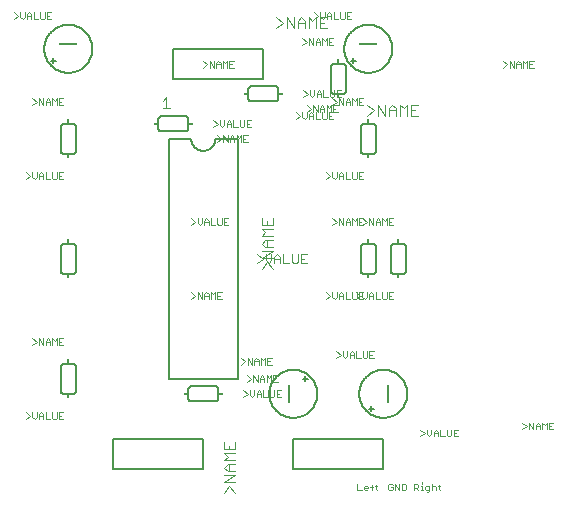
<source format=gto>
G75*
%MOIN*%
%OFA0B0*%
%FSLAX25Y25*%
%IPPOS*%
%LPD*%
%AMOC8*
5,1,8,0,0,1.08239X$1,22.5*
%
%ADD10C,0.00400*%
%ADD11C,0.00500*%
%ADD12C,0.00200*%
%ADD13C,0.00300*%
%ADD14C,0.00600*%
%ADD15R,0.01000X0.06400*%
%ADD16R,0.06400X0.01000*%
%ADD17R,0.01000X0.01500*%
%ADD18R,0.01500X0.01000*%
D10*
X0130794Y0068830D02*
X0132596Y0071232D01*
X0134397Y0068830D01*
X0134397Y0072513D02*
X0130794Y0072513D01*
X0134397Y0074915D01*
X0130794Y0074915D01*
X0131995Y0076196D02*
X0130794Y0077397D01*
X0131995Y0078598D01*
X0134397Y0078598D01*
X0134397Y0079879D02*
X0130794Y0079879D01*
X0131995Y0081080D01*
X0130794Y0082281D01*
X0134397Y0082281D01*
X0134397Y0083563D02*
X0134397Y0085965D01*
X0132596Y0084764D02*
X0132596Y0083563D01*
X0134397Y0083563D02*
X0130794Y0083563D01*
X0130794Y0085965D01*
X0132596Y0078598D02*
X0132596Y0076196D01*
X0131995Y0076196D02*
X0134397Y0076196D01*
X0143394Y0143542D02*
X0145196Y0145944D01*
X0146997Y0143542D01*
X0146997Y0147225D02*
X0143394Y0147225D01*
X0146997Y0149628D01*
X0143394Y0149628D01*
X0144595Y0150909D02*
X0143394Y0152110D01*
X0144595Y0153311D01*
X0146997Y0153311D01*
X0146997Y0154592D02*
X0143394Y0154592D01*
X0144595Y0155793D01*
X0143394Y0156994D01*
X0146997Y0156994D01*
X0146997Y0158275D02*
X0143394Y0158275D01*
X0143394Y0160677D01*
X0145196Y0159476D02*
X0145196Y0158275D01*
X0146997Y0158275D02*
X0146997Y0160677D01*
X0145196Y0153311D02*
X0145196Y0150909D01*
X0144595Y0150909D02*
X0146997Y0150909D01*
X0178394Y0194746D02*
X0180796Y0196547D01*
X0178394Y0198349D01*
X0182077Y0198349D02*
X0184479Y0194746D01*
X0184479Y0198349D01*
X0185760Y0197148D02*
X0186961Y0198349D01*
X0188162Y0197148D01*
X0188162Y0194746D01*
X0189443Y0194746D02*
X0189443Y0198349D01*
X0190644Y0197148D01*
X0191845Y0198349D01*
X0191845Y0194746D01*
X0193127Y0194746D02*
X0195529Y0194746D01*
X0194328Y0196547D02*
X0193127Y0196547D01*
X0193127Y0194746D02*
X0193127Y0198349D01*
X0195529Y0198349D01*
X0188162Y0196547D02*
X0185760Y0196547D01*
X0185760Y0197148D02*
X0185760Y0194746D01*
X0182077Y0194746D02*
X0182077Y0198349D01*
X0165172Y0223946D02*
X0162770Y0223946D01*
X0162770Y0227549D01*
X0165172Y0227549D01*
X0163971Y0225747D02*
X0162770Y0225747D01*
X0161489Y0227549D02*
X0161489Y0223946D01*
X0159087Y0223946D02*
X0159087Y0227549D01*
X0160288Y0226348D01*
X0161489Y0227549D01*
X0157806Y0226348D02*
X0157806Y0223946D01*
X0157806Y0225747D02*
X0155404Y0225747D01*
X0155404Y0226348D02*
X0156605Y0227549D01*
X0157806Y0226348D01*
X0155404Y0226348D02*
X0155404Y0223946D01*
X0154123Y0223946D02*
X0154123Y0227549D01*
X0151721Y0227549D02*
X0151721Y0223946D01*
X0150440Y0225747D02*
X0148038Y0223946D01*
X0150440Y0225747D02*
X0148038Y0227549D01*
X0151721Y0227549D02*
X0154123Y0223946D01*
D11*
X0123897Y0077046D02*
X0093897Y0077046D01*
X0093897Y0087046D01*
X0123897Y0087046D01*
X0123897Y0077046D01*
X0153897Y0077046D02*
X0153897Y0087046D01*
X0183897Y0087046D01*
X0183897Y0077046D01*
X0153897Y0077046D01*
X0143897Y0207046D02*
X0113897Y0207046D01*
X0113897Y0217046D01*
X0143897Y0217046D01*
X0143897Y0207046D01*
D12*
X0134083Y0210746D02*
X0132615Y0210746D01*
X0132615Y0212948D01*
X0134083Y0212948D01*
X0133349Y0211847D02*
X0132615Y0211847D01*
X0131873Y0212948D02*
X0131873Y0210746D01*
X0130405Y0210746D02*
X0130405Y0212948D01*
X0131139Y0212214D01*
X0131873Y0212948D01*
X0129663Y0212214D02*
X0129663Y0210746D01*
X0129663Y0211847D02*
X0128195Y0211847D01*
X0128195Y0212214D02*
X0128929Y0212948D01*
X0129663Y0212214D01*
X0128195Y0212214D02*
X0128195Y0210746D01*
X0127453Y0210746D02*
X0127453Y0212948D01*
X0125985Y0212948D02*
X0125985Y0210746D01*
X0125243Y0211847D02*
X0123775Y0212948D01*
X0125243Y0211847D02*
X0123775Y0210746D01*
X0125985Y0212948D02*
X0127453Y0210746D01*
X0127257Y0193148D02*
X0128724Y0192047D01*
X0127257Y0190946D01*
X0129466Y0191680D02*
X0129466Y0193148D01*
X0129466Y0191680D02*
X0130200Y0190946D01*
X0130934Y0191680D01*
X0130934Y0193148D01*
X0131676Y0192414D02*
X0132410Y0193148D01*
X0133144Y0192414D01*
X0133144Y0190946D01*
X0133886Y0190946D02*
X0133886Y0193148D01*
X0133144Y0192047D02*
X0131676Y0192047D01*
X0131676Y0192414D02*
X0131676Y0190946D01*
X0133886Y0190946D02*
X0135354Y0190946D01*
X0136096Y0191313D02*
X0136096Y0193148D01*
X0137564Y0193148D02*
X0137564Y0191313D01*
X0137197Y0190946D01*
X0136463Y0190946D01*
X0136096Y0191313D01*
X0138306Y0190946D02*
X0139774Y0190946D01*
X0139040Y0192047D02*
X0138306Y0192047D01*
X0138306Y0193148D02*
X0138306Y0190946D01*
X0138306Y0193148D02*
X0139774Y0193148D01*
X0138669Y0188148D02*
X0137201Y0188148D01*
X0137201Y0185946D01*
X0138669Y0185946D01*
X0137935Y0187047D02*
X0137201Y0187047D01*
X0136459Y0188148D02*
X0136459Y0185946D01*
X0134991Y0185946D02*
X0134991Y0188148D01*
X0135725Y0187414D01*
X0136459Y0188148D01*
X0134249Y0187414D02*
X0134249Y0185946D01*
X0134249Y0187047D02*
X0132781Y0187047D01*
X0132781Y0187414D02*
X0133515Y0188148D01*
X0134249Y0187414D01*
X0132781Y0187414D02*
X0132781Y0185946D01*
X0132039Y0185946D02*
X0132039Y0188148D01*
X0130571Y0188148D02*
X0130571Y0185946D01*
X0129829Y0187047D02*
X0128362Y0185946D01*
X0129829Y0187047D02*
X0128362Y0188148D01*
X0130571Y0188148D02*
X0132039Y0185946D01*
X0154738Y0193646D02*
X0156206Y0194747D01*
X0154738Y0195848D01*
X0156948Y0195848D02*
X0156948Y0194380D01*
X0157682Y0193646D01*
X0158416Y0194380D01*
X0158416Y0195848D01*
X0158362Y0195946D02*
X0159829Y0197047D01*
X0158362Y0198148D01*
X0160571Y0198148D02*
X0162039Y0195946D01*
X0162039Y0198148D01*
X0162781Y0197414D02*
X0163515Y0198148D01*
X0164249Y0197414D01*
X0164249Y0195946D01*
X0163577Y0195848D02*
X0163577Y0194013D01*
X0163944Y0193646D01*
X0164678Y0193646D01*
X0165045Y0194013D01*
X0165045Y0195848D01*
X0164991Y0195946D02*
X0164991Y0198148D01*
X0165725Y0197414D01*
X0166459Y0198148D01*
X0166459Y0195946D01*
X0165787Y0195848D02*
X0165787Y0193646D01*
X0167255Y0193646D01*
X0166521Y0194747D02*
X0165787Y0194747D01*
X0165787Y0195848D02*
X0167255Y0195848D01*
X0167201Y0195946D02*
X0168669Y0195946D01*
X0167935Y0197047D02*
X0167201Y0197047D01*
X0167201Y0198148D02*
X0167201Y0195946D01*
X0167201Y0198148D02*
X0168669Y0198148D01*
X0169158Y0198246D02*
X0169158Y0200448D01*
X0170626Y0198246D01*
X0170626Y0200448D01*
X0169774Y0200946D02*
X0168306Y0200946D01*
X0168306Y0203148D01*
X0169774Y0203148D01*
X0169040Y0202047D02*
X0168306Y0202047D01*
X0167564Y0201313D02*
X0167564Y0203148D01*
X0166096Y0203148D02*
X0166096Y0201313D01*
X0166463Y0200946D01*
X0167197Y0200946D01*
X0167564Y0201313D01*
X0166948Y0200448D02*
X0168416Y0199347D01*
X0166948Y0198246D01*
X0164249Y0197047D02*
X0162781Y0197047D01*
X0162781Y0197414D02*
X0162781Y0195946D01*
X0161368Y0195848D02*
X0161368Y0193646D01*
X0162835Y0193646D01*
X0160626Y0193646D02*
X0160626Y0195114D01*
X0159892Y0195848D01*
X0159158Y0195114D01*
X0159158Y0193646D01*
X0159158Y0194747D02*
X0160626Y0194747D01*
X0160571Y0195946D02*
X0160571Y0198148D01*
X0160200Y0200946D02*
X0160934Y0201680D01*
X0160934Y0203148D01*
X0161676Y0202414D02*
X0162410Y0203148D01*
X0163144Y0202414D01*
X0163144Y0200946D01*
X0163886Y0200946D02*
X0165354Y0200946D01*
X0163886Y0200946D02*
X0163886Y0203148D01*
X0163144Y0202047D02*
X0161676Y0202047D01*
X0161676Y0202414D02*
X0161676Y0200946D01*
X0160200Y0200946D02*
X0159466Y0201680D01*
X0159466Y0203148D01*
X0158724Y0202047D02*
X0157257Y0200946D01*
X0158724Y0202047D02*
X0157257Y0203148D01*
X0171368Y0199714D02*
X0171368Y0198246D01*
X0171368Y0199347D02*
X0172835Y0199347D01*
X0172835Y0199714D02*
X0172835Y0198246D01*
X0173577Y0198246D02*
X0173577Y0200448D01*
X0174311Y0199714D01*
X0175045Y0200448D01*
X0175045Y0198246D01*
X0175787Y0198246D02*
X0177255Y0198246D01*
X0176521Y0199347D02*
X0175787Y0199347D01*
X0175787Y0200448D02*
X0175787Y0198246D01*
X0175787Y0200448D02*
X0177255Y0200448D01*
X0172835Y0199714D02*
X0172102Y0200448D01*
X0171368Y0199714D01*
X0167255Y0218246D02*
X0165787Y0218246D01*
X0165787Y0220448D01*
X0167255Y0220448D01*
X0166521Y0219347D02*
X0165787Y0219347D01*
X0165045Y0220448D02*
X0165045Y0218246D01*
X0163577Y0218246D02*
X0163577Y0220448D01*
X0164311Y0219714D01*
X0165045Y0220448D01*
X0162835Y0219714D02*
X0162835Y0218246D01*
X0162835Y0219347D02*
X0161368Y0219347D01*
X0161368Y0219714D02*
X0162102Y0220448D01*
X0162835Y0219714D01*
X0161368Y0219714D02*
X0161368Y0218246D01*
X0160626Y0218246D02*
X0160626Y0220448D01*
X0159158Y0220448D02*
X0159158Y0218246D01*
X0158416Y0219347D02*
X0156948Y0220448D01*
X0158416Y0219347D02*
X0156948Y0218246D01*
X0159158Y0220448D02*
X0160626Y0218246D01*
X0160738Y0226996D02*
X0162206Y0228097D01*
X0160738Y0229198D01*
X0162948Y0229198D02*
X0162948Y0227730D01*
X0163682Y0226996D01*
X0164416Y0227730D01*
X0164416Y0229198D01*
X0165158Y0228464D02*
X0165892Y0229198D01*
X0166626Y0228464D01*
X0166626Y0226996D01*
X0167368Y0226996D02*
X0168835Y0226996D01*
X0169577Y0227363D02*
X0169944Y0226996D01*
X0170678Y0226996D01*
X0171045Y0227363D01*
X0171045Y0229198D01*
X0171787Y0229198D02*
X0171787Y0226996D01*
X0173255Y0226996D01*
X0172521Y0228097D02*
X0171787Y0228097D01*
X0171787Y0229198D02*
X0173255Y0229198D01*
X0169577Y0229198D02*
X0169577Y0227363D01*
X0167368Y0226996D02*
X0167368Y0229198D01*
X0166626Y0228097D02*
X0165158Y0228097D01*
X0165158Y0228464D02*
X0165158Y0226996D01*
X0164738Y0175848D02*
X0166206Y0174747D01*
X0164738Y0173646D01*
X0166948Y0174380D02*
X0167682Y0173646D01*
X0168416Y0174380D01*
X0168416Y0175848D01*
X0169158Y0175114D02*
X0169892Y0175848D01*
X0170626Y0175114D01*
X0170626Y0173646D01*
X0171368Y0173646D02*
X0172835Y0173646D01*
X0173577Y0174013D02*
X0173944Y0173646D01*
X0174678Y0173646D01*
X0175045Y0174013D01*
X0175045Y0175848D01*
X0175787Y0175848D02*
X0175787Y0173646D01*
X0177255Y0173646D01*
X0176521Y0174747D02*
X0175787Y0174747D01*
X0175787Y0175848D02*
X0177255Y0175848D01*
X0173577Y0175848D02*
X0173577Y0174013D01*
X0171368Y0173646D02*
X0171368Y0175848D01*
X0170626Y0174747D02*
X0169158Y0174747D01*
X0169158Y0175114D02*
X0169158Y0173646D01*
X0166948Y0174380D02*
X0166948Y0175848D01*
X0166948Y0160448D02*
X0168416Y0159347D01*
X0166948Y0158246D01*
X0169158Y0158246D02*
X0169158Y0160448D01*
X0170626Y0158246D01*
X0170626Y0160448D01*
X0171368Y0159714D02*
X0172102Y0160448D01*
X0172835Y0159714D01*
X0172835Y0158246D01*
X0173577Y0158246D02*
X0173577Y0160448D01*
X0174311Y0159714D01*
X0175045Y0160448D01*
X0175045Y0158246D01*
X0175787Y0158246D02*
X0177255Y0158246D01*
X0176948Y0158246D02*
X0178416Y0159347D01*
X0176948Y0160448D01*
X0177255Y0160448D02*
X0175787Y0160448D01*
X0175787Y0158246D01*
X0175787Y0159347D02*
X0176521Y0159347D01*
X0179158Y0160448D02*
X0180626Y0158246D01*
X0180626Y0160448D01*
X0181368Y0159714D02*
X0182102Y0160448D01*
X0182835Y0159714D01*
X0182835Y0158246D01*
X0183577Y0158246D02*
X0183577Y0160448D01*
X0184311Y0159714D01*
X0185045Y0160448D01*
X0185045Y0158246D01*
X0185787Y0158246D02*
X0187255Y0158246D01*
X0186521Y0159347D02*
X0185787Y0159347D01*
X0185787Y0160448D02*
X0185787Y0158246D01*
X0185787Y0160448D02*
X0187255Y0160448D01*
X0182835Y0159347D02*
X0181368Y0159347D01*
X0181368Y0159714D02*
X0181368Y0158246D01*
X0179158Y0158246D02*
X0179158Y0160448D01*
X0172835Y0159347D02*
X0171368Y0159347D01*
X0171368Y0159714D02*
X0171368Y0158246D01*
X0171368Y0135848D02*
X0171368Y0133646D01*
X0172835Y0133646D01*
X0173577Y0134013D02*
X0173944Y0133646D01*
X0174678Y0133646D01*
X0175045Y0134013D01*
X0175045Y0135848D01*
X0174738Y0135848D02*
X0176206Y0134747D01*
X0174738Y0133646D01*
X0175787Y0133646D02*
X0175787Y0135848D01*
X0177255Y0135848D01*
X0176948Y0135848D02*
X0176948Y0134380D01*
X0177682Y0133646D01*
X0178416Y0134380D01*
X0178416Y0135848D01*
X0179158Y0135114D02*
X0179892Y0135848D01*
X0180626Y0135114D01*
X0180626Y0133646D01*
X0181368Y0133646D02*
X0182835Y0133646D01*
X0183577Y0134013D02*
X0183944Y0133646D01*
X0184678Y0133646D01*
X0185045Y0134013D01*
X0185045Y0135848D01*
X0185787Y0135848D02*
X0185787Y0133646D01*
X0187255Y0133646D01*
X0186521Y0134747D02*
X0185787Y0134747D01*
X0185787Y0135848D02*
X0187255Y0135848D01*
X0183577Y0135848D02*
X0183577Y0134013D01*
X0181368Y0133646D02*
X0181368Y0135848D01*
X0180626Y0134747D02*
X0179158Y0134747D01*
X0179158Y0135114D02*
X0179158Y0133646D01*
X0177255Y0133646D02*
X0175787Y0133646D01*
X0175787Y0134747D02*
X0176521Y0134747D01*
X0173577Y0134013D02*
X0173577Y0135848D01*
X0170626Y0135114D02*
X0170626Y0133646D01*
X0170626Y0134747D02*
X0169158Y0134747D01*
X0169158Y0135114D02*
X0169892Y0135848D01*
X0170626Y0135114D01*
X0169158Y0135114D02*
X0169158Y0133646D01*
X0168416Y0134380D02*
X0168416Y0135848D01*
X0166948Y0135848D02*
X0166948Y0134380D01*
X0167682Y0133646D01*
X0168416Y0134380D01*
X0166206Y0134747D02*
X0164738Y0133646D01*
X0166206Y0134747D02*
X0164738Y0135848D01*
X0168238Y0116198D02*
X0169706Y0115097D01*
X0168238Y0113996D01*
X0170448Y0114730D02*
X0170448Y0116198D01*
X0171916Y0116198D02*
X0171916Y0114730D01*
X0171182Y0113996D01*
X0170448Y0114730D01*
X0172658Y0115097D02*
X0174126Y0115097D01*
X0174126Y0115464D02*
X0174126Y0113996D01*
X0174868Y0113996D02*
X0176335Y0113996D01*
X0177077Y0114363D02*
X0177444Y0113996D01*
X0178178Y0113996D01*
X0178545Y0114363D01*
X0178545Y0116198D01*
X0179287Y0116198D02*
X0179287Y0113996D01*
X0180755Y0113996D01*
X0180021Y0115097D02*
X0179287Y0115097D01*
X0179287Y0116198D02*
X0180755Y0116198D01*
X0177077Y0116198D02*
X0177077Y0114363D01*
X0174868Y0113996D02*
X0174868Y0116198D01*
X0174126Y0115464D02*
X0173392Y0116198D01*
X0172658Y0115464D01*
X0172658Y0113996D01*
X0148669Y0108148D02*
X0147201Y0108148D01*
X0147201Y0105946D01*
X0148669Y0105946D01*
X0147935Y0107047D02*
X0147201Y0107047D01*
X0146459Y0108148D02*
X0146459Y0105946D01*
X0144991Y0105946D02*
X0144991Y0108148D01*
X0145725Y0107414D01*
X0146459Y0108148D01*
X0144249Y0107414D02*
X0144249Y0105946D01*
X0144249Y0107047D02*
X0142781Y0107047D01*
X0142781Y0107414D02*
X0143515Y0108148D01*
X0144249Y0107414D01*
X0142781Y0107414D02*
X0142781Y0105946D01*
X0142039Y0105946D02*
X0142039Y0108148D01*
X0140571Y0108148D02*
X0140571Y0105946D01*
X0139829Y0107047D02*
X0138362Y0105946D01*
X0139829Y0107047D02*
X0138362Y0108148D01*
X0140571Y0108148D02*
X0142039Y0105946D01*
X0142410Y0103148D02*
X0143144Y0102414D01*
X0143144Y0100946D01*
X0143886Y0100946D02*
X0145354Y0100946D01*
X0146096Y0101313D02*
X0146463Y0100946D01*
X0147197Y0100946D01*
X0147564Y0101313D01*
X0147564Y0103148D01*
X0148306Y0103148D02*
X0148306Y0100946D01*
X0149774Y0100946D01*
X0149040Y0102047D02*
X0148306Y0102047D01*
X0148306Y0103148D02*
X0149774Y0103148D01*
X0146096Y0103148D02*
X0146096Y0101313D01*
X0143886Y0100946D02*
X0143886Y0103148D01*
X0143144Y0102047D02*
X0141676Y0102047D01*
X0141676Y0102414D02*
X0142410Y0103148D01*
X0141676Y0102414D02*
X0141676Y0100946D01*
X0140934Y0101680D02*
X0140934Y0103148D01*
X0139466Y0103148D02*
X0139466Y0101680D01*
X0140200Y0100946D01*
X0140934Y0101680D01*
X0138724Y0102047D02*
X0137257Y0100946D01*
X0138724Y0102047D02*
X0137257Y0103148D01*
X0136448Y0111746D02*
X0137916Y0112847D01*
X0136448Y0113948D01*
X0138658Y0113948D02*
X0140126Y0111746D01*
X0140126Y0113948D01*
X0140868Y0113214D02*
X0141602Y0113948D01*
X0142335Y0113214D01*
X0142335Y0111746D01*
X0143077Y0111746D02*
X0143077Y0113948D01*
X0143811Y0113214D01*
X0144545Y0113948D01*
X0144545Y0111746D01*
X0145287Y0111746D02*
X0146755Y0111746D01*
X0146021Y0112847D02*
X0145287Y0112847D01*
X0145287Y0113948D02*
X0145287Y0111746D01*
X0145287Y0113948D02*
X0146755Y0113948D01*
X0142335Y0112847D02*
X0140868Y0112847D01*
X0140868Y0113214D02*
X0140868Y0111746D01*
X0138658Y0111746D02*
X0138658Y0113948D01*
X0130083Y0133646D02*
X0128615Y0133646D01*
X0128615Y0135848D01*
X0130083Y0135848D01*
X0129349Y0134747D02*
X0128615Y0134747D01*
X0127873Y0135848D02*
X0127873Y0133646D01*
X0126405Y0133646D02*
X0126405Y0135848D01*
X0127139Y0135114D01*
X0127873Y0135848D01*
X0125663Y0135114D02*
X0125663Y0133646D01*
X0125663Y0134747D02*
X0124195Y0134747D01*
X0124195Y0135114D02*
X0124929Y0135848D01*
X0125663Y0135114D01*
X0124195Y0135114D02*
X0124195Y0133646D01*
X0123453Y0133646D02*
X0123453Y0135848D01*
X0121985Y0135848D02*
X0123453Y0133646D01*
X0121985Y0133646D02*
X0121985Y0135848D01*
X0121243Y0134747D02*
X0119775Y0133646D01*
X0121243Y0134747D02*
X0119775Y0135848D01*
X0119775Y0158246D02*
X0121243Y0159347D01*
X0119775Y0160448D01*
X0121985Y0160448D02*
X0121985Y0158980D01*
X0122719Y0158246D01*
X0123453Y0158980D01*
X0123453Y0160448D01*
X0124195Y0159714D02*
X0124195Y0158246D01*
X0124195Y0159347D02*
X0125663Y0159347D01*
X0125663Y0159714D02*
X0125663Y0158246D01*
X0126405Y0158246D02*
X0126405Y0160448D01*
X0125663Y0159714D02*
X0124929Y0160448D01*
X0124195Y0159714D01*
X0126405Y0158246D02*
X0127873Y0158246D01*
X0128615Y0158613D02*
X0128982Y0158246D01*
X0129716Y0158246D01*
X0130083Y0158613D01*
X0130083Y0160448D01*
X0130825Y0160448D02*
X0130825Y0158246D01*
X0132293Y0158246D01*
X0131559Y0159347D02*
X0130825Y0159347D01*
X0130825Y0160448D02*
X0132293Y0160448D01*
X0128615Y0160448D02*
X0128615Y0158613D01*
X0077255Y0173646D02*
X0075787Y0173646D01*
X0075787Y0175848D01*
X0077255Y0175848D01*
X0076521Y0174747D02*
X0075787Y0174747D01*
X0075045Y0174013D02*
X0074678Y0173646D01*
X0073944Y0173646D01*
X0073577Y0174013D01*
X0073577Y0175848D01*
X0075045Y0175848D02*
X0075045Y0174013D01*
X0072835Y0173646D02*
X0071368Y0173646D01*
X0071368Y0175848D01*
X0070626Y0175114D02*
X0070626Y0173646D01*
X0070626Y0174747D02*
X0069158Y0174747D01*
X0069158Y0175114D02*
X0069892Y0175848D01*
X0070626Y0175114D01*
X0069158Y0175114D02*
X0069158Y0173646D01*
X0068416Y0174380D02*
X0068416Y0175848D01*
X0066948Y0175848D02*
X0066948Y0174380D01*
X0067682Y0173646D01*
X0068416Y0174380D01*
X0066206Y0174747D02*
X0064738Y0173646D01*
X0066206Y0174747D02*
X0064738Y0175848D01*
X0066948Y0198246D02*
X0068416Y0199347D01*
X0066948Y0200448D01*
X0069158Y0200448D02*
X0069158Y0198246D01*
X0070626Y0198246D02*
X0069158Y0200448D01*
X0070626Y0200448D02*
X0070626Y0198246D01*
X0071368Y0198246D02*
X0071368Y0199714D01*
X0072102Y0200448D01*
X0072835Y0199714D01*
X0072835Y0198246D01*
X0073577Y0198246D02*
X0073577Y0200448D01*
X0074311Y0199714D01*
X0075045Y0200448D01*
X0075045Y0198246D01*
X0075787Y0198246D02*
X0075787Y0200448D01*
X0077255Y0200448D01*
X0076521Y0199347D02*
X0075787Y0199347D01*
X0075787Y0198246D02*
X0077255Y0198246D01*
X0072835Y0199347D02*
X0071368Y0199347D01*
X0071787Y0226996D02*
X0073255Y0226996D01*
X0072521Y0228097D02*
X0071787Y0228097D01*
X0071045Y0227363D02*
X0071045Y0229198D01*
X0071787Y0229198D02*
X0071787Y0226996D01*
X0071045Y0227363D02*
X0070678Y0226996D01*
X0069944Y0226996D01*
X0069577Y0227363D01*
X0069577Y0229198D01*
X0067368Y0229198D02*
X0067368Y0226996D01*
X0068835Y0226996D01*
X0066626Y0226996D02*
X0066626Y0228464D01*
X0065892Y0229198D01*
X0065158Y0228464D01*
X0065158Y0226996D01*
X0064416Y0227730D02*
X0063682Y0226996D01*
X0062948Y0227730D01*
X0062948Y0229198D01*
X0062206Y0228097D02*
X0060738Y0226996D01*
X0062206Y0228097D02*
X0060738Y0229198D01*
X0064416Y0229198D02*
X0064416Y0227730D01*
X0065158Y0228097D02*
X0066626Y0228097D01*
X0071787Y0229198D02*
X0073255Y0229198D01*
X0073577Y0120448D02*
X0074311Y0119714D01*
X0075045Y0120448D01*
X0075045Y0118246D01*
X0075787Y0118246D02*
X0075787Y0120448D01*
X0077255Y0120448D01*
X0076521Y0119347D02*
X0075787Y0119347D01*
X0075787Y0118246D02*
X0077255Y0118246D01*
X0073577Y0118246D02*
X0073577Y0120448D01*
X0072835Y0119714D02*
X0072835Y0118246D01*
X0072835Y0119347D02*
X0071368Y0119347D01*
X0071368Y0119714D02*
X0071368Y0118246D01*
X0070626Y0118246D02*
X0070626Y0120448D01*
X0071368Y0119714D02*
X0072102Y0120448D01*
X0072835Y0119714D01*
X0070626Y0118246D02*
X0069158Y0120448D01*
X0069158Y0118246D01*
X0068416Y0119347D02*
X0066948Y0118246D01*
X0068416Y0119347D02*
X0066948Y0120448D01*
X0066948Y0095848D02*
X0066948Y0094380D01*
X0067682Y0093646D01*
X0068416Y0094380D01*
X0068416Y0095848D01*
X0069158Y0095114D02*
X0069892Y0095848D01*
X0070626Y0095114D01*
X0070626Y0093646D01*
X0071368Y0093646D02*
X0072835Y0093646D01*
X0073577Y0094013D02*
X0073944Y0093646D01*
X0074678Y0093646D01*
X0075045Y0094013D01*
X0075045Y0095848D01*
X0075787Y0095848D02*
X0075787Y0093646D01*
X0077255Y0093646D01*
X0076521Y0094747D02*
X0075787Y0094747D01*
X0075787Y0095848D02*
X0077255Y0095848D01*
X0073577Y0095848D02*
X0073577Y0094013D01*
X0071368Y0093646D02*
X0071368Y0095848D01*
X0070626Y0094747D02*
X0069158Y0094747D01*
X0069158Y0095114D02*
X0069158Y0093646D01*
X0066206Y0094747D02*
X0064738Y0093646D01*
X0066206Y0094747D02*
X0064738Y0095848D01*
X0175203Y0072098D02*
X0175203Y0069896D01*
X0176671Y0069896D01*
X0177413Y0070263D02*
X0177413Y0070997D01*
X0177780Y0071364D01*
X0178514Y0071364D01*
X0178881Y0070997D01*
X0178881Y0070630D01*
X0177413Y0070630D01*
X0177413Y0070263D02*
X0177780Y0069896D01*
X0178514Y0069896D01*
X0179990Y0069896D02*
X0179990Y0071731D01*
X0180357Y0072098D01*
X0181096Y0071364D02*
X0181830Y0071364D01*
X0181463Y0071731D02*
X0181463Y0070263D01*
X0181830Y0069896D01*
X0180357Y0070997D02*
X0179623Y0070997D01*
X0185571Y0071731D02*
X0185571Y0070263D01*
X0185938Y0069896D01*
X0186672Y0069896D01*
X0187039Y0070263D01*
X0187039Y0070997D01*
X0186305Y0070997D01*
X0185571Y0071731D02*
X0185938Y0072098D01*
X0186672Y0072098D01*
X0187039Y0071731D01*
X0187781Y0072098D02*
X0189249Y0069896D01*
X0189249Y0072098D01*
X0189991Y0072098D02*
X0189991Y0069896D01*
X0191092Y0069896D01*
X0191459Y0070263D01*
X0191459Y0071731D01*
X0191092Y0072098D01*
X0189991Y0072098D01*
X0187781Y0072098D02*
X0187781Y0069896D01*
X0194098Y0069896D02*
X0194098Y0072098D01*
X0195199Y0072098D01*
X0195566Y0071731D01*
X0195566Y0070997D01*
X0195199Y0070630D01*
X0194098Y0070630D01*
X0194832Y0070630D02*
X0195566Y0069896D01*
X0196308Y0069896D02*
X0197042Y0069896D01*
X0196675Y0069896D02*
X0196675Y0071364D01*
X0196308Y0071364D01*
X0196675Y0072098D02*
X0196675Y0072465D01*
X0197781Y0070997D02*
X0197781Y0070263D01*
X0198148Y0069896D01*
X0199249Y0069896D01*
X0199249Y0069529D02*
X0199249Y0071364D01*
X0198148Y0071364D01*
X0197781Y0070997D01*
X0198515Y0069162D02*
X0198882Y0069162D01*
X0199249Y0069529D01*
X0199991Y0069896D02*
X0199991Y0072098D01*
X0200358Y0071364D02*
X0201092Y0071364D01*
X0201459Y0070997D01*
X0201459Y0069896D01*
X0202568Y0070263D02*
X0202568Y0071731D01*
X0202201Y0071364D02*
X0202935Y0071364D01*
X0202568Y0070263D02*
X0202935Y0069896D01*
X0200358Y0071364D02*
X0199991Y0070997D01*
X0200695Y0087896D02*
X0200695Y0089364D01*
X0201429Y0090098D01*
X0202163Y0089364D01*
X0202163Y0087896D01*
X0202905Y0087896D02*
X0204373Y0087896D01*
X0205115Y0088263D02*
X0205482Y0087896D01*
X0206216Y0087896D01*
X0206583Y0088263D01*
X0206583Y0090098D01*
X0207325Y0090098D02*
X0207325Y0087896D01*
X0208793Y0087896D01*
X0208059Y0088997D02*
X0207325Y0088997D01*
X0207325Y0090098D02*
X0208793Y0090098D01*
X0205115Y0090098D02*
X0205115Y0088263D01*
X0202905Y0087896D02*
X0202905Y0090098D01*
X0202163Y0088997D02*
X0200695Y0088997D01*
X0199953Y0088630D02*
X0199953Y0090098D01*
X0198485Y0090098D02*
X0198485Y0088630D01*
X0199219Y0087896D01*
X0199953Y0088630D01*
X0197743Y0088997D02*
X0196275Y0087896D01*
X0197743Y0088997D02*
X0196275Y0090098D01*
X0230275Y0090146D02*
X0231743Y0091247D01*
X0230275Y0092348D01*
X0232485Y0092348D02*
X0232485Y0090146D01*
X0233953Y0090146D02*
X0232485Y0092348D01*
X0233953Y0092348D02*
X0233953Y0090146D01*
X0234695Y0090146D02*
X0234695Y0091614D01*
X0235429Y0092348D01*
X0236163Y0091614D01*
X0236163Y0090146D01*
X0236905Y0090146D02*
X0236905Y0092348D01*
X0237639Y0091614D01*
X0238373Y0092348D01*
X0238373Y0090146D01*
X0239115Y0090146D02*
X0240583Y0090146D01*
X0239849Y0091247D02*
X0239115Y0091247D01*
X0239115Y0092348D02*
X0239115Y0090146D01*
X0239115Y0092348D02*
X0240583Y0092348D01*
X0236163Y0091247D02*
X0234695Y0091247D01*
X0234083Y0210746D02*
X0232615Y0210746D01*
X0232615Y0212948D01*
X0234083Y0212948D01*
X0233349Y0211847D02*
X0232615Y0211847D01*
X0231873Y0212948D02*
X0231873Y0210746D01*
X0230405Y0210746D02*
X0230405Y0212948D01*
X0231139Y0212214D01*
X0231873Y0212948D01*
X0229663Y0212214D02*
X0229663Y0210746D01*
X0229663Y0211847D02*
X0228195Y0211847D01*
X0228195Y0212214D02*
X0228929Y0212948D01*
X0229663Y0212214D01*
X0228195Y0212214D02*
X0228195Y0210746D01*
X0227453Y0210746D02*
X0227453Y0212948D01*
X0225985Y0212948D02*
X0225985Y0210746D01*
X0225243Y0211847D02*
X0223775Y0210746D01*
X0225243Y0211847D02*
X0223775Y0212948D01*
X0225985Y0212948D02*
X0227453Y0210746D01*
D13*
X0158394Y0148498D02*
X0156459Y0148498D01*
X0156459Y0145596D01*
X0158394Y0145596D01*
X0157427Y0147047D02*
X0156459Y0147047D01*
X0155448Y0146079D02*
X0155448Y0148498D01*
X0153513Y0148498D02*
X0153513Y0146079D01*
X0153996Y0145596D01*
X0154964Y0145596D01*
X0155448Y0146079D01*
X0152501Y0145596D02*
X0150566Y0145596D01*
X0150566Y0148498D01*
X0149555Y0147531D02*
X0148587Y0148498D01*
X0147620Y0147531D01*
X0147620Y0145596D01*
X0146608Y0146563D02*
X0146608Y0148498D01*
X0147620Y0147047D02*
X0149555Y0147047D01*
X0149555Y0147531D02*
X0149555Y0145596D01*
X0146608Y0146563D02*
X0145641Y0145596D01*
X0144673Y0146563D01*
X0144673Y0148498D01*
X0143661Y0147047D02*
X0141727Y0145596D01*
X0143661Y0147047D02*
X0141727Y0148498D01*
X0112833Y0197196D02*
X0110364Y0197196D01*
X0111599Y0197196D02*
X0111599Y0200899D01*
X0110364Y0199665D01*
D14*
X0109897Y0194546D02*
X0117897Y0194546D01*
X0117957Y0194544D01*
X0118018Y0194539D01*
X0118077Y0194530D01*
X0118136Y0194517D01*
X0118195Y0194501D01*
X0118252Y0194481D01*
X0118307Y0194458D01*
X0118362Y0194431D01*
X0118414Y0194402D01*
X0118465Y0194369D01*
X0118514Y0194333D01*
X0118560Y0194295D01*
X0118604Y0194253D01*
X0118646Y0194209D01*
X0118684Y0194163D01*
X0118720Y0194114D01*
X0118753Y0194063D01*
X0118782Y0194011D01*
X0118809Y0193956D01*
X0118832Y0193901D01*
X0118852Y0193844D01*
X0118868Y0193785D01*
X0118881Y0193726D01*
X0118890Y0193667D01*
X0118895Y0193606D01*
X0118897Y0193546D01*
X0118897Y0190546D01*
X0118895Y0190486D01*
X0118890Y0190425D01*
X0118881Y0190366D01*
X0118868Y0190307D01*
X0118852Y0190248D01*
X0118832Y0190191D01*
X0118809Y0190136D01*
X0118782Y0190081D01*
X0118753Y0190029D01*
X0118720Y0189978D01*
X0118684Y0189929D01*
X0118646Y0189883D01*
X0118604Y0189839D01*
X0118560Y0189797D01*
X0118514Y0189759D01*
X0118465Y0189723D01*
X0118414Y0189690D01*
X0118362Y0189661D01*
X0118307Y0189634D01*
X0118252Y0189611D01*
X0118195Y0189591D01*
X0118136Y0189575D01*
X0118077Y0189562D01*
X0118018Y0189553D01*
X0117957Y0189548D01*
X0117897Y0189546D01*
X0109897Y0189546D01*
X0109837Y0189548D01*
X0109776Y0189553D01*
X0109717Y0189562D01*
X0109658Y0189575D01*
X0109599Y0189591D01*
X0109542Y0189611D01*
X0109487Y0189634D01*
X0109432Y0189661D01*
X0109380Y0189690D01*
X0109329Y0189723D01*
X0109280Y0189759D01*
X0109234Y0189797D01*
X0109190Y0189839D01*
X0109148Y0189883D01*
X0109110Y0189929D01*
X0109074Y0189978D01*
X0109041Y0190029D01*
X0109012Y0190081D01*
X0108985Y0190136D01*
X0108962Y0190191D01*
X0108942Y0190248D01*
X0108926Y0190307D01*
X0108913Y0190366D01*
X0108904Y0190425D01*
X0108899Y0190486D01*
X0108897Y0190546D01*
X0108897Y0193546D01*
X0108899Y0193606D01*
X0108904Y0193667D01*
X0108913Y0193726D01*
X0108926Y0193785D01*
X0108942Y0193844D01*
X0108962Y0193901D01*
X0108985Y0193956D01*
X0109012Y0194011D01*
X0109041Y0194063D01*
X0109074Y0194114D01*
X0109110Y0194163D01*
X0109148Y0194209D01*
X0109190Y0194253D01*
X0109234Y0194295D01*
X0109280Y0194333D01*
X0109329Y0194369D01*
X0109380Y0194402D01*
X0109432Y0194431D01*
X0109487Y0194458D01*
X0109542Y0194481D01*
X0109599Y0194501D01*
X0109658Y0194517D01*
X0109717Y0194530D01*
X0109776Y0194539D01*
X0109837Y0194544D01*
X0109897Y0194546D01*
X0109837Y0194544D01*
X0109776Y0194539D01*
X0109717Y0194530D01*
X0109658Y0194517D01*
X0109599Y0194501D01*
X0109542Y0194481D01*
X0109487Y0194458D01*
X0109432Y0194431D01*
X0109380Y0194402D01*
X0109329Y0194369D01*
X0109280Y0194333D01*
X0109234Y0194295D01*
X0109190Y0194253D01*
X0109148Y0194209D01*
X0109110Y0194163D01*
X0109074Y0194114D01*
X0109041Y0194063D01*
X0109012Y0194011D01*
X0108985Y0193956D01*
X0108962Y0193901D01*
X0108942Y0193844D01*
X0108926Y0193785D01*
X0108913Y0193726D01*
X0108904Y0193667D01*
X0108899Y0193606D01*
X0108897Y0193546D01*
X0108897Y0190546D02*
X0108899Y0190486D01*
X0108904Y0190425D01*
X0108913Y0190366D01*
X0108926Y0190307D01*
X0108942Y0190248D01*
X0108962Y0190191D01*
X0108985Y0190136D01*
X0109012Y0190081D01*
X0109041Y0190029D01*
X0109074Y0189978D01*
X0109110Y0189929D01*
X0109148Y0189883D01*
X0109190Y0189839D01*
X0109234Y0189797D01*
X0109280Y0189759D01*
X0109329Y0189723D01*
X0109380Y0189690D01*
X0109432Y0189661D01*
X0109487Y0189634D01*
X0109542Y0189611D01*
X0109599Y0189591D01*
X0109658Y0189575D01*
X0109717Y0189562D01*
X0109776Y0189553D01*
X0109837Y0189548D01*
X0109897Y0189546D01*
X0112397Y0187046D02*
X0119897Y0187046D01*
X0119899Y0186920D01*
X0119905Y0186795D01*
X0119915Y0186670D01*
X0119929Y0186545D01*
X0119946Y0186420D01*
X0119968Y0186296D01*
X0119993Y0186173D01*
X0120023Y0186051D01*
X0120056Y0185930D01*
X0120093Y0185810D01*
X0120133Y0185691D01*
X0120178Y0185574D01*
X0120226Y0185457D01*
X0120278Y0185343D01*
X0120333Y0185230D01*
X0120392Y0185119D01*
X0120454Y0185010D01*
X0120520Y0184903D01*
X0120589Y0184798D01*
X0120661Y0184695D01*
X0120736Y0184594D01*
X0120815Y0184496D01*
X0120897Y0184401D01*
X0120981Y0184308D01*
X0121069Y0184218D01*
X0121159Y0184130D01*
X0121252Y0184046D01*
X0121347Y0183964D01*
X0121445Y0183885D01*
X0121546Y0183810D01*
X0121649Y0183738D01*
X0121754Y0183669D01*
X0121861Y0183603D01*
X0121970Y0183541D01*
X0122081Y0183482D01*
X0122194Y0183427D01*
X0122308Y0183375D01*
X0122425Y0183327D01*
X0122542Y0183282D01*
X0122661Y0183242D01*
X0122781Y0183205D01*
X0122902Y0183172D01*
X0123024Y0183142D01*
X0123147Y0183117D01*
X0123271Y0183095D01*
X0123396Y0183078D01*
X0123521Y0183064D01*
X0123646Y0183054D01*
X0123771Y0183048D01*
X0123897Y0183046D01*
X0124023Y0183048D01*
X0124148Y0183054D01*
X0124273Y0183064D01*
X0124398Y0183078D01*
X0124523Y0183095D01*
X0124647Y0183117D01*
X0124770Y0183142D01*
X0124892Y0183172D01*
X0125013Y0183205D01*
X0125133Y0183242D01*
X0125252Y0183282D01*
X0125369Y0183327D01*
X0125486Y0183375D01*
X0125600Y0183427D01*
X0125713Y0183482D01*
X0125824Y0183541D01*
X0125933Y0183603D01*
X0126040Y0183669D01*
X0126145Y0183738D01*
X0126248Y0183810D01*
X0126349Y0183885D01*
X0126447Y0183964D01*
X0126542Y0184046D01*
X0126635Y0184130D01*
X0126725Y0184218D01*
X0126813Y0184308D01*
X0126897Y0184401D01*
X0126979Y0184496D01*
X0127058Y0184594D01*
X0127133Y0184695D01*
X0127205Y0184798D01*
X0127274Y0184903D01*
X0127340Y0185010D01*
X0127402Y0185119D01*
X0127461Y0185230D01*
X0127516Y0185343D01*
X0127568Y0185457D01*
X0127616Y0185574D01*
X0127661Y0185691D01*
X0127701Y0185810D01*
X0127738Y0185930D01*
X0127771Y0186051D01*
X0127801Y0186173D01*
X0127826Y0186296D01*
X0127848Y0186420D01*
X0127865Y0186545D01*
X0127879Y0186670D01*
X0127889Y0186795D01*
X0127895Y0186920D01*
X0127897Y0187046D01*
X0135397Y0187046D01*
X0135397Y0107046D01*
X0112397Y0107046D01*
X0112397Y0187046D01*
X0117897Y0189546D02*
X0117957Y0189548D01*
X0118018Y0189553D01*
X0118077Y0189562D01*
X0118136Y0189575D01*
X0118195Y0189591D01*
X0118252Y0189611D01*
X0118307Y0189634D01*
X0118362Y0189661D01*
X0118414Y0189690D01*
X0118465Y0189723D01*
X0118514Y0189759D01*
X0118560Y0189797D01*
X0118604Y0189839D01*
X0118646Y0189883D01*
X0118684Y0189929D01*
X0118720Y0189978D01*
X0118753Y0190029D01*
X0118782Y0190081D01*
X0118809Y0190136D01*
X0118832Y0190191D01*
X0118852Y0190248D01*
X0118868Y0190307D01*
X0118881Y0190366D01*
X0118890Y0190425D01*
X0118895Y0190486D01*
X0118897Y0190546D01*
X0118897Y0193546D02*
X0118895Y0193606D01*
X0118890Y0193667D01*
X0118881Y0193726D01*
X0118868Y0193785D01*
X0118852Y0193844D01*
X0118832Y0193901D01*
X0118809Y0193956D01*
X0118782Y0194011D01*
X0118753Y0194063D01*
X0118720Y0194114D01*
X0118684Y0194163D01*
X0118646Y0194209D01*
X0118604Y0194253D01*
X0118560Y0194295D01*
X0118514Y0194333D01*
X0118465Y0194369D01*
X0118414Y0194402D01*
X0118362Y0194431D01*
X0118307Y0194458D01*
X0118252Y0194481D01*
X0118195Y0194501D01*
X0118136Y0194517D01*
X0118077Y0194530D01*
X0118018Y0194539D01*
X0117957Y0194544D01*
X0117897Y0194546D01*
X0138897Y0200546D02*
X0138897Y0203546D01*
X0138899Y0203606D01*
X0138904Y0203667D01*
X0138913Y0203726D01*
X0138926Y0203785D01*
X0138942Y0203844D01*
X0138962Y0203901D01*
X0138985Y0203956D01*
X0139012Y0204011D01*
X0139041Y0204063D01*
X0139074Y0204114D01*
X0139110Y0204163D01*
X0139148Y0204209D01*
X0139190Y0204253D01*
X0139234Y0204295D01*
X0139280Y0204333D01*
X0139329Y0204369D01*
X0139380Y0204402D01*
X0139432Y0204431D01*
X0139487Y0204458D01*
X0139542Y0204481D01*
X0139599Y0204501D01*
X0139658Y0204517D01*
X0139717Y0204530D01*
X0139776Y0204539D01*
X0139837Y0204544D01*
X0139897Y0204546D01*
X0147897Y0204546D01*
X0147957Y0204544D01*
X0148018Y0204539D01*
X0148077Y0204530D01*
X0148136Y0204517D01*
X0148195Y0204501D01*
X0148252Y0204481D01*
X0148307Y0204458D01*
X0148362Y0204431D01*
X0148414Y0204402D01*
X0148465Y0204369D01*
X0148514Y0204333D01*
X0148560Y0204295D01*
X0148604Y0204253D01*
X0148646Y0204209D01*
X0148684Y0204163D01*
X0148720Y0204114D01*
X0148753Y0204063D01*
X0148782Y0204011D01*
X0148809Y0203956D01*
X0148832Y0203901D01*
X0148852Y0203844D01*
X0148868Y0203785D01*
X0148881Y0203726D01*
X0148890Y0203667D01*
X0148895Y0203606D01*
X0148897Y0203546D01*
X0148897Y0200546D01*
X0148895Y0200486D01*
X0148890Y0200425D01*
X0148881Y0200366D01*
X0148868Y0200307D01*
X0148852Y0200248D01*
X0148832Y0200191D01*
X0148809Y0200136D01*
X0148782Y0200081D01*
X0148753Y0200029D01*
X0148720Y0199978D01*
X0148684Y0199929D01*
X0148646Y0199883D01*
X0148604Y0199839D01*
X0148560Y0199797D01*
X0148514Y0199759D01*
X0148465Y0199723D01*
X0148414Y0199690D01*
X0148362Y0199661D01*
X0148307Y0199634D01*
X0148252Y0199611D01*
X0148195Y0199591D01*
X0148136Y0199575D01*
X0148077Y0199562D01*
X0148018Y0199553D01*
X0147957Y0199548D01*
X0147897Y0199546D01*
X0139897Y0199546D01*
X0139837Y0199548D01*
X0139776Y0199553D01*
X0139717Y0199562D01*
X0139658Y0199575D01*
X0139599Y0199591D01*
X0139542Y0199611D01*
X0139487Y0199634D01*
X0139432Y0199661D01*
X0139380Y0199690D01*
X0139329Y0199723D01*
X0139280Y0199759D01*
X0139234Y0199797D01*
X0139190Y0199839D01*
X0139148Y0199883D01*
X0139110Y0199929D01*
X0139074Y0199978D01*
X0139041Y0200029D01*
X0139012Y0200081D01*
X0138985Y0200136D01*
X0138962Y0200191D01*
X0138942Y0200248D01*
X0138926Y0200307D01*
X0138913Y0200366D01*
X0138904Y0200425D01*
X0138899Y0200486D01*
X0138897Y0200546D01*
X0138899Y0200486D01*
X0138904Y0200425D01*
X0138913Y0200366D01*
X0138926Y0200307D01*
X0138942Y0200248D01*
X0138962Y0200191D01*
X0138985Y0200136D01*
X0139012Y0200081D01*
X0139041Y0200029D01*
X0139074Y0199978D01*
X0139110Y0199929D01*
X0139148Y0199883D01*
X0139190Y0199839D01*
X0139234Y0199797D01*
X0139280Y0199759D01*
X0139329Y0199723D01*
X0139380Y0199690D01*
X0139432Y0199661D01*
X0139487Y0199634D01*
X0139542Y0199611D01*
X0139599Y0199591D01*
X0139658Y0199575D01*
X0139717Y0199562D01*
X0139776Y0199553D01*
X0139837Y0199548D01*
X0139897Y0199546D01*
X0138897Y0203546D02*
X0138899Y0203606D01*
X0138904Y0203667D01*
X0138913Y0203726D01*
X0138926Y0203785D01*
X0138942Y0203844D01*
X0138962Y0203901D01*
X0138985Y0203956D01*
X0139012Y0204011D01*
X0139041Y0204063D01*
X0139074Y0204114D01*
X0139110Y0204163D01*
X0139148Y0204209D01*
X0139190Y0204253D01*
X0139234Y0204295D01*
X0139280Y0204333D01*
X0139329Y0204369D01*
X0139380Y0204402D01*
X0139432Y0204431D01*
X0139487Y0204458D01*
X0139542Y0204481D01*
X0139599Y0204501D01*
X0139658Y0204517D01*
X0139717Y0204530D01*
X0139776Y0204539D01*
X0139837Y0204544D01*
X0139897Y0204546D01*
X0147897Y0204546D02*
X0147957Y0204544D01*
X0148018Y0204539D01*
X0148077Y0204530D01*
X0148136Y0204517D01*
X0148195Y0204501D01*
X0148252Y0204481D01*
X0148307Y0204458D01*
X0148362Y0204431D01*
X0148414Y0204402D01*
X0148465Y0204369D01*
X0148514Y0204333D01*
X0148560Y0204295D01*
X0148604Y0204253D01*
X0148646Y0204209D01*
X0148684Y0204163D01*
X0148720Y0204114D01*
X0148753Y0204063D01*
X0148782Y0204011D01*
X0148809Y0203956D01*
X0148832Y0203901D01*
X0148852Y0203844D01*
X0148868Y0203785D01*
X0148881Y0203726D01*
X0148890Y0203667D01*
X0148895Y0203606D01*
X0148897Y0203546D01*
X0148897Y0200546D02*
X0148895Y0200486D01*
X0148890Y0200425D01*
X0148881Y0200366D01*
X0148868Y0200307D01*
X0148852Y0200248D01*
X0148832Y0200191D01*
X0148809Y0200136D01*
X0148782Y0200081D01*
X0148753Y0200029D01*
X0148720Y0199978D01*
X0148684Y0199929D01*
X0148646Y0199883D01*
X0148604Y0199839D01*
X0148560Y0199797D01*
X0148514Y0199759D01*
X0148465Y0199723D01*
X0148414Y0199690D01*
X0148362Y0199661D01*
X0148307Y0199634D01*
X0148252Y0199611D01*
X0148195Y0199591D01*
X0148136Y0199575D01*
X0148077Y0199562D01*
X0148018Y0199553D01*
X0147957Y0199548D01*
X0147897Y0199546D01*
X0166397Y0203046D02*
X0166397Y0211046D01*
X0166399Y0211106D01*
X0166404Y0211167D01*
X0166413Y0211226D01*
X0166426Y0211285D01*
X0166442Y0211344D01*
X0166462Y0211401D01*
X0166485Y0211456D01*
X0166512Y0211511D01*
X0166541Y0211563D01*
X0166574Y0211614D01*
X0166610Y0211663D01*
X0166648Y0211709D01*
X0166690Y0211753D01*
X0166734Y0211795D01*
X0166780Y0211833D01*
X0166829Y0211869D01*
X0166880Y0211902D01*
X0166932Y0211931D01*
X0166987Y0211958D01*
X0167042Y0211981D01*
X0167099Y0212001D01*
X0167158Y0212017D01*
X0167217Y0212030D01*
X0167276Y0212039D01*
X0167337Y0212044D01*
X0167397Y0212046D01*
X0170397Y0212046D01*
X0170457Y0212044D01*
X0170518Y0212039D01*
X0170577Y0212030D01*
X0170636Y0212017D01*
X0170695Y0212001D01*
X0170752Y0211981D01*
X0170807Y0211958D01*
X0170862Y0211931D01*
X0170914Y0211902D01*
X0170965Y0211869D01*
X0171014Y0211833D01*
X0171060Y0211795D01*
X0171104Y0211753D01*
X0171146Y0211709D01*
X0171184Y0211663D01*
X0171220Y0211614D01*
X0171253Y0211563D01*
X0171282Y0211511D01*
X0171309Y0211456D01*
X0171332Y0211401D01*
X0171352Y0211344D01*
X0171368Y0211285D01*
X0171381Y0211226D01*
X0171390Y0211167D01*
X0171395Y0211106D01*
X0171397Y0211046D01*
X0171397Y0203046D01*
X0171395Y0202986D01*
X0171390Y0202925D01*
X0171381Y0202866D01*
X0171368Y0202807D01*
X0171352Y0202748D01*
X0171332Y0202691D01*
X0171309Y0202636D01*
X0171282Y0202581D01*
X0171253Y0202529D01*
X0171220Y0202478D01*
X0171184Y0202429D01*
X0171146Y0202383D01*
X0171104Y0202339D01*
X0171060Y0202297D01*
X0171014Y0202259D01*
X0170965Y0202223D01*
X0170914Y0202190D01*
X0170862Y0202161D01*
X0170807Y0202134D01*
X0170752Y0202111D01*
X0170695Y0202091D01*
X0170636Y0202075D01*
X0170577Y0202062D01*
X0170518Y0202053D01*
X0170457Y0202048D01*
X0170397Y0202046D01*
X0167397Y0202046D01*
X0167337Y0202048D01*
X0167276Y0202053D01*
X0167217Y0202062D01*
X0167158Y0202075D01*
X0167099Y0202091D01*
X0167042Y0202111D01*
X0166987Y0202134D01*
X0166932Y0202161D01*
X0166880Y0202190D01*
X0166829Y0202223D01*
X0166780Y0202259D01*
X0166734Y0202297D01*
X0166690Y0202339D01*
X0166648Y0202383D01*
X0166610Y0202429D01*
X0166574Y0202478D01*
X0166541Y0202529D01*
X0166512Y0202581D01*
X0166485Y0202636D01*
X0166462Y0202691D01*
X0166442Y0202748D01*
X0166426Y0202807D01*
X0166413Y0202866D01*
X0166404Y0202925D01*
X0166399Y0202986D01*
X0166397Y0203046D01*
X0166399Y0202986D01*
X0166404Y0202925D01*
X0166413Y0202866D01*
X0166426Y0202807D01*
X0166442Y0202748D01*
X0166462Y0202691D01*
X0166485Y0202636D01*
X0166512Y0202581D01*
X0166541Y0202529D01*
X0166574Y0202478D01*
X0166610Y0202429D01*
X0166648Y0202383D01*
X0166690Y0202339D01*
X0166734Y0202297D01*
X0166780Y0202259D01*
X0166829Y0202223D01*
X0166880Y0202190D01*
X0166932Y0202161D01*
X0166987Y0202134D01*
X0167042Y0202111D01*
X0167099Y0202091D01*
X0167158Y0202075D01*
X0167217Y0202062D01*
X0167276Y0202053D01*
X0167337Y0202048D01*
X0167397Y0202046D01*
X0170397Y0202046D02*
X0170457Y0202048D01*
X0170518Y0202053D01*
X0170577Y0202062D01*
X0170636Y0202075D01*
X0170695Y0202091D01*
X0170752Y0202111D01*
X0170807Y0202134D01*
X0170862Y0202161D01*
X0170914Y0202190D01*
X0170965Y0202223D01*
X0171014Y0202259D01*
X0171060Y0202297D01*
X0171104Y0202339D01*
X0171146Y0202383D01*
X0171184Y0202429D01*
X0171220Y0202478D01*
X0171253Y0202529D01*
X0171282Y0202581D01*
X0171309Y0202636D01*
X0171332Y0202691D01*
X0171352Y0202748D01*
X0171368Y0202807D01*
X0171381Y0202866D01*
X0171390Y0202925D01*
X0171395Y0202986D01*
X0171397Y0203046D01*
X0171397Y0211046D02*
X0171395Y0211106D01*
X0171390Y0211167D01*
X0171381Y0211226D01*
X0171368Y0211285D01*
X0171352Y0211344D01*
X0171332Y0211401D01*
X0171309Y0211456D01*
X0171282Y0211511D01*
X0171253Y0211563D01*
X0171220Y0211614D01*
X0171184Y0211663D01*
X0171146Y0211709D01*
X0171104Y0211753D01*
X0171060Y0211795D01*
X0171014Y0211833D01*
X0170965Y0211869D01*
X0170914Y0211902D01*
X0170862Y0211931D01*
X0170807Y0211958D01*
X0170752Y0211981D01*
X0170695Y0212001D01*
X0170636Y0212017D01*
X0170577Y0212030D01*
X0170518Y0212039D01*
X0170457Y0212044D01*
X0170397Y0212046D01*
X0173147Y0213046D02*
X0173897Y0213046D01*
X0173897Y0213796D01*
X0173897Y0213046D02*
X0174647Y0213046D01*
X0173897Y0213046D02*
X0173897Y0212296D01*
X0170897Y0217046D02*
X0170899Y0217242D01*
X0170907Y0217439D01*
X0170919Y0217635D01*
X0170936Y0217830D01*
X0170957Y0218025D01*
X0170984Y0218220D01*
X0171015Y0218414D01*
X0171051Y0218607D01*
X0171091Y0218799D01*
X0171137Y0218990D01*
X0171187Y0219180D01*
X0171241Y0219368D01*
X0171301Y0219555D01*
X0171365Y0219741D01*
X0171433Y0219925D01*
X0171506Y0220107D01*
X0171583Y0220288D01*
X0171665Y0220466D01*
X0171751Y0220643D01*
X0171842Y0220817D01*
X0171936Y0220989D01*
X0172035Y0221159D01*
X0172138Y0221326D01*
X0172245Y0221491D01*
X0172356Y0221652D01*
X0172471Y0221812D01*
X0172590Y0221968D01*
X0172713Y0222121D01*
X0172839Y0222271D01*
X0172969Y0222418D01*
X0173103Y0222562D01*
X0173240Y0222703D01*
X0173381Y0222840D01*
X0173525Y0222974D01*
X0173672Y0223104D01*
X0173822Y0223230D01*
X0173975Y0223353D01*
X0174131Y0223472D01*
X0174291Y0223587D01*
X0174452Y0223698D01*
X0174617Y0223805D01*
X0174784Y0223908D01*
X0174954Y0224007D01*
X0175126Y0224101D01*
X0175300Y0224192D01*
X0175477Y0224278D01*
X0175655Y0224360D01*
X0175836Y0224437D01*
X0176018Y0224510D01*
X0176202Y0224578D01*
X0176388Y0224642D01*
X0176575Y0224702D01*
X0176763Y0224756D01*
X0176953Y0224806D01*
X0177144Y0224852D01*
X0177336Y0224892D01*
X0177529Y0224928D01*
X0177723Y0224959D01*
X0177918Y0224986D01*
X0178113Y0225007D01*
X0178308Y0225024D01*
X0178504Y0225036D01*
X0178701Y0225044D01*
X0178897Y0225046D01*
X0179093Y0225044D01*
X0179290Y0225036D01*
X0179486Y0225024D01*
X0179681Y0225007D01*
X0179876Y0224986D01*
X0180071Y0224959D01*
X0180265Y0224928D01*
X0180458Y0224892D01*
X0180650Y0224852D01*
X0180841Y0224806D01*
X0181031Y0224756D01*
X0181219Y0224702D01*
X0181406Y0224642D01*
X0181592Y0224578D01*
X0181776Y0224510D01*
X0181958Y0224437D01*
X0182139Y0224360D01*
X0182317Y0224278D01*
X0182494Y0224192D01*
X0182668Y0224101D01*
X0182840Y0224007D01*
X0183010Y0223908D01*
X0183177Y0223805D01*
X0183342Y0223698D01*
X0183503Y0223587D01*
X0183663Y0223472D01*
X0183819Y0223353D01*
X0183972Y0223230D01*
X0184122Y0223104D01*
X0184269Y0222974D01*
X0184413Y0222840D01*
X0184554Y0222703D01*
X0184691Y0222562D01*
X0184825Y0222418D01*
X0184955Y0222271D01*
X0185081Y0222121D01*
X0185204Y0221968D01*
X0185323Y0221812D01*
X0185438Y0221652D01*
X0185549Y0221491D01*
X0185656Y0221326D01*
X0185759Y0221159D01*
X0185858Y0220989D01*
X0185952Y0220817D01*
X0186043Y0220643D01*
X0186129Y0220466D01*
X0186211Y0220288D01*
X0186288Y0220107D01*
X0186361Y0219925D01*
X0186429Y0219741D01*
X0186493Y0219555D01*
X0186553Y0219368D01*
X0186607Y0219180D01*
X0186657Y0218990D01*
X0186703Y0218799D01*
X0186743Y0218607D01*
X0186779Y0218414D01*
X0186810Y0218220D01*
X0186837Y0218025D01*
X0186858Y0217830D01*
X0186875Y0217635D01*
X0186887Y0217439D01*
X0186895Y0217242D01*
X0186897Y0217046D01*
X0186895Y0216850D01*
X0186887Y0216653D01*
X0186875Y0216457D01*
X0186858Y0216262D01*
X0186837Y0216067D01*
X0186810Y0215872D01*
X0186779Y0215678D01*
X0186743Y0215485D01*
X0186703Y0215293D01*
X0186657Y0215102D01*
X0186607Y0214912D01*
X0186553Y0214724D01*
X0186493Y0214537D01*
X0186429Y0214351D01*
X0186361Y0214167D01*
X0186288Y0213985D01*
X0186211Y0213804D01*
X0186129Y0213626D01*
X0186043Y0213449D01*
X0185952Y0213275D01*
X0185858Y0213103D01*
X0185759Y0212933D01*
X0185656Y0212766D01*
X0185549Y0212601D01*
X0185438Y0212440D01*
X0185323Y0212280D01*
X0185204Y0212124D01*
X0185081Y0211971D01*
X0184955Y0211821D01*
X0184825Y0211674D01*
X0184691Y0211530D01*
X0184554Y0211389D01*
X0184413Y0211252D01*
X0184269Y0211118D01*
X0184122Y0210988D01*
X0183972Y0210862D01*
X0183819Y0210739D01*
X0183663Y0210620D01*
X0183503Y0210505D01*
X0183342Y0210394D01*
X0183177Y0210287D01*
X0183010Y0210184D01*
X0182840Y0210085D01*
X0182668Y0209991D01*
X0182494Y0209900D01*
X0182317Y0209814D01*
X0182139Y0209732D01*
X0181958Y0209655D01*
X0181776Y0209582D01*
X0181592Y0209514D01*
X0181406Y0209450D01*
X0181219Y0209390D01*
X0181031Y0209336D01*
X0180841Y0209286D01*
X0180650Y0209240D01*
X0180458Y0209200D01*
X0180265Y0209164D01*
X0180071Y0209133D01*
X0179876Y0209106D01*
X0179681Y0209085D01*
X0179486Y0209068D01*
X0179290Y0209056D01*
X0179093Y0209048D01*
X0178897Y0209046D01*
X0178701Y0209048D01*
X0178504Y0209056D01*
X0178308Y0209068D01*
X0178113Y0209085D01*
X0177918Y0209106D01*
X0177723Y0209133D01*
X0177529Y0209164D01*
X0177336Y0209200D01*
X0177144Y0209240D01*
X0176953Y0209286D01*
X0176763Y0209336D01*
X0176575Y0209390D01*
X0176388Y0209450D01*
X0176202Y0209514D01*
X0176018Y0209582D01*
X0175836Y0209655D01*
X0175655Y0209732D01*
X0175477Y0209814D01*
X0175300Y0209900D01*
X0175126Y0209991D01*
X0174954Y0210085D01*
X0174784Y0210184D01*
X0174617Y0210287D01*
X0174452Y0210394D01*
X0174291Y0210505D01*
X0174131Y0210620D01*
X0173975Y0210739D01*
X0173822Y0210862D01*
X0173672Y0210988D01*
X0173525Y0211118D01*
X0173381Y0211252D01*
X0173240Y0211389D01*
X0173103Y0211530D01*
X0172969Y0211674D01*
X0172839Y0211821D01*
X0172713Y0211971D01*
X0172590Y0212124D01*
X0172471Y0212280D01*
X0172356Y0212440D01*
X0172245Y0212601D01*
X0172138Y0212766D01*
X0172035Y0212933D01*
X0171936Y0213103D01*
X0171842Y0213275D01*
X0171751Y0213449D01*
X0171665Y0213626D01*
X0171583Y0213804D01*
X0171506Y0213985D01*
X0171433Y0214167D01*
X0171365Y0214351D01*
X0171301Y0214537D01*
X0171241Y0214724D01*
X0171187Y0214912D01*
X0171137Y0215102D01*
X0171091Y0215293D01*
X0171051Y0215485D01*
X0171015Y0215678D01*
X0170984Y0215872D01*
X0170957Y0216067D01*
X0170936Y0216262D01*
X0170919Y0216457D01*
X0170907Y0216653D01*
X0170899Y0216850D01*
X0170897Y0217046D01*
X0167397Y0212046D02*
X0167337Y0212044D01*
X0167276Y0212039D01*
X0167217Y0212030D01*
X0167158Y0212017D01*
X0167099Y0212001D01*
X0167042Y0211981D01*
X0166987Y0211958D01*
X0166932Y0211931D01*
X0166880Y0211902D01*
X0166829Y0211869D01*
X0166780Y0211833D01*
X0166734Y0211795D01*
X0166690Y0211753D01*
X0166648Y0211709D01*
X0166610Y0211663D01*
X0166574Y0211614D01*
X0166541Y0211563D01*
X0166512Y0211511D01*
X0166485Y0211456D01*
X0166462Y0211401D01*
X0166442Y0211344D01*
X0166426Y0211285D01*
X0166413Y0211226D01*
X0166404Y0211167D01*
X0166399Y0211106D01*
X0166397Y0211046D01*
X0177397Y0192046D02*
X0180397Y0192046D01*
X0180457Y0192044D01*
X0180518Y0192039D01*
X0180577Y0192030D01*
X0180636Y0192017D01*
X0180695Y0192001D01*
X0180752Y0191981D01*
X0180807Y0191958D01*
X0180862Y0191931D01*
X0180914Y0191902D01*
X0180965Y0191869D01*
X0181014Y0191833D01*
X0181060Y0191795D01*
X0181104Y0191753D01*
X0181146Y0191709D01*
X0181184Y0191663D01*
X0181220Y0191614D01*
X0181253Y0191563D01*
X0181282Y0191511D01*
X0181309Y0191456D01*
X0181332Y0191401D01*
X0181352Y0191344D01*
X0181368Y0191285D01*
X0181381Y0191226D01*
X0181390Y0191167D01*
X0181395Y0191106D01*
X0181397Y0191046D01*
X0181397Y0183046D01*
X0181395Y0182986D01*
X0181390Y0182925D01*
X0181381Y0182866D01*
X0181368Y0182807D01*
X0181352Y0182748D01*
X0181332Y0182691D01*
X0181309Y0182636D01*
X0181282Y0182581D01*
X0181253Y0182529D01*
X0181220Y0182478D01*
X0181184Y0182429D01*
X0181146Y0182383D01*
X0181104Y0182339D01*
X0181060Y0182297D01*
X0181014Y0182259D01*
X0180965Y0182223D01*
X0180914Y0182190D01*
X0180862Y0182161D01*
X0180807Y0182134D01*
X0180752Y0182111D01*
X0180695Y0182091D01*
X0180636Y0182075D01*
X0180577Y0182062D01*
X0180518Y0182053D01*
X0180457Y0182048D01*
X0180397Y0182046D01*
X0177397Y0182046D01*
X0177337Y0182048D01*
X0177276Y0182053D01*
X0177217Y0182062D01*
X0177158Y0182075D01*
X0177099Y0182091D01*
X0177042Y0182111D01*
X0176987Y0182134D01*
X0176932Y0182161D01*
X0176880Y0182190D01*
X0176829Y0182223D01*
X0176780Y0182259D01*
X0176734Y0182297D01*
X0176690Y0182339D01*
X0176648Y0182383D01*
X0176610Y0182429D01*
X0176574Y0182478D01*
X0176541Y0182529D01*
X0176512Y0182581D01*
X0176485Y0182636D01*
X0176462Y0182691D01*
X0176442Y0182748D01*
X0176426Y0182807D01*
X0176413Y0182866D01*
X0176404Y0182925D01*
X0176399Y0182986D01*
X0176397Y0183046D01*
X0176397Y0191046D01*
X0176399Y0191106D01*
X0176404Y0191167D01*
X0176413Y0191226D01*
X0176426Y0191285D01*
X0176442Y0191344D01*
X0176462Y0191401D01*
X0176485Y0191456D01*
X0176512Y0191511D01*
X0176541Y0191563D01*
X0176574Y0191614D01*
X0176610Y0191663D01*
X0176648Y0191709D01*
X0176690Y0191753D01*
X0176734Y0191795D01*
X0176780Y0191833D01*
X0176829Y0191869D01*
X0176880Y0191902D01*
X0176932Y0191931D01*
X0176987Y0191958D01*
X0177042Y0191981D01*
X0177099Y0192001D01*
X0177158Y0192017D01*
X0177217Y0192030D01*
X0177276Y0192039D01*
X0177337Y0192044D01*
X0177397Y0192046D01*
X0177337Y0192044D01*
X0177276Y0192039D01*
X0177217Y0192030D01*
X0177158Y0192017D01*
X0177099Y0192001D01*
X0177042Y0191981D01*
X0176987Y0191958D01*
X0176932Y0191931D01*
X0176880Y0191902D01*
X0176829Y0191869D01*
X0176780Y0191833D01*
X0176734Y0191795D01*
X0176690Y0191753D01*
X0176648Y0191709D01*
X0176610Y0191663D01*
X0176574Y0191614D01*
X0176541Y0191563D01*
X0176512Y0191511D01*
X0176485Y0191456D01*
X0176462Y0191401D01*
X0176442Y0191344D01*
X0176426Y0191285D01*
X0176413Y0191226D01*
X0176404Y0191167D01*
X0176399Y0191106D01*
X0176397Y0191046D01*
X0180397Y0192046D02*
X0180457Y0192044D01*
X0180518Y0192039D01*
X0180577Y0192030D01*
X0180636Y0192017D01*
X0180695Y0192001D01*
X0180752Y0191981D01*
X0180807Y0191958D01*
X0180862Y0191931D01*
X0180914Y0191902D01*
X0180965Y0191869D01*
X0181014Y0191833D01*
X0181060Y0191795D01*
X0181104Y0191753D01*
X0181146Y0191709D01*
X0181184Y0191663D01*
X0181220Y0191614D01*
X0181253Y0191563D01*
X0181282Y0191511D01*
X0181309Y0191456D01*
X0181332Y0191401D01*
X0181352Y0191344D01*
X0181368Y0191285D01*
X0181381Y0191226D01*
X0181390Y0191167D01*
X0181395Y0191106D01*
X0181397Y0191046D01*
X0181397Y0183046D02*
X0181395Y0182986D01*
X0181390Y0182925D01*
X0181381Y0182866D01*
X0181368Y0182807D01*
X0181352Y0182748D01*
X0181332Y0182691D01*
X0181309Y0182636D01*
X0181282Y0182581D01*
X0181253Y0182529D01*
X0181220Y0182478D01*
X0181184Y0182429D01*
X0181146Y0182383D01*
X0181104Y0182339D01*
X0181060Y0182297D01*
X0181014Y0182259D01*
X0180965Y0182223D01*
X0180914Y0182190D01*
X0180862Y0182161D01*
X0180807Y0182134D01*
X0180752Y0182111D01*
X0180695Y0182091D01*
X0180636Y0182075D01*
X0180577Y0182062D01*
X0180518Y0182053D01*
X0180457Y0182048D01*
X0180397Y0182046D01*
X0177397Y0182046D02*
X0177337Y0182048D01*
X0177276Y0182053D01*
X0177217Y0182062D01*
X0177158Y0182075D01*
X0177099Y0182091D01*
X0177042Y0182111D01*
X0176987Y0182134D01*
X0176932Y0182161D01*
X0176880Y0182190D01*
X0176829Y0182223D01*
X0176780Y0182259D01*
X0176734Y0182297D01*
X0176690Y0182339D01*
X0176648Y0182383D01*
X0176610Y0182429D01*
X0176574Y0182478D01*
X0176541Y0182529D01*
X0176512Y0182581D01*
X0176485Y0182636D01*
X0176462Y0182691D01*
X0176442Y0182748D01*
X0176426Y0182807D01*
X0176413Y0182866D01*
X0176404Y0182925D01*
X0176399Y0182986D01*
X0176397Y0183046D01*
X0177397Y0152046D02*
X0180397Y0152046D01*
X0180457Y0152044D01*
X0180518Y0152039D01*
X0180577Y0152030D01*
X0180636Y0152017D01*
X0180695Y0152001D01*
X0180752Y0151981D01*
X0180807Y0151958D01*
X0180862Y0151931D01*
X0180914Y0151902D01*
X0180965Y0151869D01*
X0181014Y0151833D01*
X0181060Y0151795D01*
X0181104Y0151753D01*
X0181146Y0151709D01*
X0181184Y0151663D01*
X0181220Y0151614D01*
X0181253Y0151563D01*
X0181282Y0151511D01*
X0181309Y0151456D01*
X0181332Y0151401D01*
X0181352Y0151344D01*
X0181368Y0151285D01*
X0181381Y0151226D01*
X0181390Y0151167D01*
X0181395Y0151106D01*
X0181397Y0151046D01*
X0181397Y0143046D01*
X0181395Y0142986D01*
X0181390Y0142925D01*
X0181381Y0142866D01*
X0181368Y0142807D01*
X0181352Y0142748D01*
X0181332Y0142691D01*
X0181309Y0142636D01*
X0181282Y0142581D01*
X0181253Y0142529D01*
X0181220Y0142478D01*
X0181184Y0142429D01*
X0181146Y0142383D01*
X0181104Y0142339D01*
X0181060Y0142297D01*
X0181014Y0142259D01*
X0180965Y0142223D01*
X0180914Y0142190D01*
X0180862Y0142161D01*
X0180807Y0142134D01*
X0180752Y0142111D01*
X0180695Y0142091D01*
X0180636Y0142075D01*
X0180577Y0142062D01*
X0180518Y0142053D01*
X0180457Y0142048D01*
X0180397Y0142046D01*
X0177397Y0142046D01*
X0177337Y0142048D01*
X0177276Y0142053D01*
X0177217Y0142062D01*
X0177158Y0142075D01*
X0177099Y0142091D01*
X0177042Y0142111D01*
X0176987Y0142134D01*
X0176932Y0142161D01*
X0176880Y0142190D01*
X0176829Y0142223D01*
X0176780Y0142259D01*
X0176734Y0142297D01*
X0176690Y0142339D01*
X0176648Y0142383D01*
X0176610Y0142429D01*
X0176574Y0142478D01*
X0176541Y0142529D01*
X0176512Y0142581D01*
X0176485Y0142636D01*
X0176462Y0142691D01*
X0176442Y0142748D01*
X0176426Y0142807D01*
X0176413Y0142866D01*
X0176404Y0142925D01*
X0176399Y0142986D01*
X0176397Y0143046D01*
X0176397Y0151046D01*
X0176399Y0151106D01*
X0176404Y0151167D01*
X0176413Y0151226D01*
X0176426Y0151285D01*
X0176442Y0151344D01*
X0176462Y0151401D01*
X0176485Y0151456D01*
X0176512Y0151511D01*
X0176541Y0151563D01*
X0176574Y0151614D01*
X0176610Y0151663D01*
X0176648Y0151709D01*
X0176690Y0151753D01*
X0176734Y0151795D01*
X0176780Y0151833D01*
X0176829Y0151869D01*
X0176880Y0151902D01*
X0176932Y0151931D01*
X0176987Y0151958D01*
X0177042Y0151981D01*
X0177099Y0152001D01*
X0177158Y0152017D01*
X0177217Y0152030D01*
X0177276Y0152039D01*
X0177337Y0152044D01*
X0177397Y0152046D01*
X0177337Y0152044D01*
X0177276Y0152039D01*
X0177217Y0152030D01*
X0177158Y0152017D01*
X0177099Y0152001D01*
X0177042Y0151981D01*
X0176987Y0151958D01*
X0176932Y0151931D01*
X0176880Y0151902D01*
X0176829Y0151869D01*
X0176780Y0151833D01*
X0176734Y0151795D01*
X0176690Y0151753D01*
X0176648Y0151709D01*
X0176610Y0151663D01*
X0176574Y0151614D01*
X0176541Y0151563D01*
X0176512Y0151511D01*
X0176485Y0151456D01*
X0176462Y0151401D01*
X0176442Y0151344D01*
X0176426Y0151285D01*
X0176413Y0151226D01*
X0176404Y0151167D01*
X0176399Y0151106D01*
X0176397Y0151046D01*
X0180397Y0152046D02*
X0180457Y0152044D01*
X0180518Y0152039D01*
X0180577Y0152030D01*
X0180636Y0152017D01*
X0180695Y0152001D01*
X0180752Y0151981D01*
X0180807Y0151958D01*
X0180862Y0151931D01*
X0180914Y0151902D01*
X0180965Y0151869D01*
X0181014Y0151833D01*
X0181060Y0151795D01*
X0181104Y0151753D01*
X0181146Y0151709D01*
X0181184Y0151663D01*
X0181220Y0151614D01*
X0181253Y0151563D01*
X0181282Y0151511D01*
X0181309Y0151456D01*
X0181332Y0151401D01*
X0181352Y0151344D01*
X0181368Y0151285D01*
X0181381Y0151226D01*
X0181390Y0151167D01*
X0181395Y0151106D01*
X0181397Y0151046D01*
X0186397Y0151046D02*
X0186397Y0143046D01*
X0186399Y0142986D01*
X0186404Y0142925D01*
X0186413Y0142866D01*
X0186426Y0142807D01*
X0186442Y0142748D01*
X0186462Y0142691D01*
X0186485Y0142636D01*
X0186512Y0142581D01*
X0186541Y0142529D01*
X0186574Y0142478D01*
X0186610Y0142429D01*
X0186648Y0142383D01*
X0186690Y0142339D01*
X0186734Y0142297D01*
X0186780Y0142259D01*
X0186829Y0142223D01*
X0186880Y0142190D01*
X0186932Y0142161D01*
X0186987Y0142134D01*
X0187042Y0142111D01*
X0187099Y0142091D01*
X0187158Y0142075D01*
X0187217Y0142062D01*
X0187276Y0142053D01*
X0187337Y0142048D01*
X0187397Y0142046D01*
X0190397Y0142046D01*
X0190457Y0142048D01*
X0190518Y0142053D01*
X0190577Y0142062D01*
X0190636Y0142075D01*
X0190695Y0142091D01*
X0190752Y0142111D01*
X0190807Y0142134D01*
X0190862Y0142161D01*
X0190914Y0142190D01*
X0190965Y0142223D01*
X0191014Y0142259D01*
X0191060Y0142297D01*
X0191104Y0142339D01*
X0191146Y0142383D01*
X0191184Y0142429D01*
X0191220Y0142478D01*
X0191253Y0142529D01*
X0191282Y0142581D01*
X0191309Y0142636D01*
X0191332Y0142691D01*
X0191352Y0142748D01*
X0191368Y0142807D01*
X0191381Y0142866D01*
X0191390Y0142925D01*
X0191395Y0142986D01*
X0191397Y0143046D01*
X0191397Y0151046D01*
X0191395Y0151106D01*
X0191390Y0151167D01*
X0191381Y0151226D01*
X0191368Y0151285D01*
X0191352Y0151344D01*
X0191332Y0151401D01*
X0191309Y0151456D01*
X0191282Y0151511D01*
X0191253Y0151563D01*
X0191220Y0151614D01*
X0191184Y0151663D01*
X0191146Y0151709D01*
X0191104Y0151753D01*
X0191060Y0151795D01*
X0191014Y0151833D01*
X0190965Y0151869D01*
X0190914Y0151902D01*
X0190862Y0151931D01*
X0190807Y0151958D01*
X0190752Y0151981D01*
X0190695Y0152001D01*
X0190636Y0152017D01*
X0190577Y0152030D01*
X0190518Y0152039D01*
X0190457Y0152044D01*
X0190397Y0152046D01*
X0187397Y0152046D01*
X0187337Y0152044D01*
X0187276Y0152039D01*
X0187217Y0152030D01*
X0187158Y0152017D01*
X0187099Y0152001D01*
X0187042Y0151981D01*
X0186987Y0151958D01*
X0186932Y0151931D01*
X0186880Y0151902D01*
X0186829Y0151869D01*
X0186780Y0151833D01*
X0186734Y0151795D01*
X0186690Y0151753D01*
X0186648Y0151709D01*
X0186610Y0151663D01*
X0186574Y0151614D01*
X0186541Y0151563D01*
X0186512Y0151511D01*
X0186485Y0151456D01*
X0186462Y0151401D01*
X0186442Y0151344D01*
X0186426Y0151285D01*
X0186413Y0151226D01*
X0186404Y0151167D01*
X0186399Y0151106D01*
X0186397Y0151046D01*
X0186399Y0151106D01*
X0186404Y0151167D01*
X0186413Y0151226D01*
X0186426Y0151285D01*
X0186442Y0151344D01*
X0186462Y0151401D01*
X0186485Y0151456D01*
X0186512Y0151511D01*
X0186541Y0151563D01*
X0186574Y0151614D01*
X0186610Y0151663D01*
X0186648Y0151709D01*
X0186690Y0151753D01*
X0186734Y0151795D01*
X0186780Y0151833D01*
X0186829Y0151869D01*
X0186880Y0151902D01*
X0186932Y0151931D01*
X0186987Y0151958D01*
X0187042Y0151981D01*
X0187099Y0152001D01*
X0187158Y0152017D01*
X0187217Y0152030D01*
X0187276Y0152039D01*
X0187337Y0152044D01*
X0187397Y0152046D01*
X0190397Y0152046D02*
X0190457Y0152044D01*
X0190518Y0152039D01*
X0190577Y0152030D01*
X0190636Y0152017D01*
X0190695Y0152001D01*
X0190752Y0151981D01*
X0190807Y0151958D01*
X0190862Y0151931D01*
X0190914Y0151902D01*
X0190965Y0151869D01*
X0191014Y0151833D01*
X0191060Y0151795D01*
X0191104Y0151753D01*
X0191146Y0151709D01*
X0191184Y0151663D01*
X0191220Y0151614D01*
X0191253Y0151563D01*
X0191282Y0151511D01*
X0191309Y0151456D01*
X0191332Y0151401D01*
X0191352Y0151344D01*
X0191368Y0151285D01*
X0191381Y0151226D01*
X0191390Y0151167D01*
X0191395Y0151106D01*
X0191397Y0151046D01*
X0191397Y0143046D02*
X0191395Y0142986D01*
X0191390Y0142925D01*
X0191381Y0142866D01*
X0191368Y0142807D01*
X0191352Y0142748D01*
X0191332Y0142691D01*
X0191309Y0142636D01*
X0191282Y0142581D01*
X0191253Y0142529D01*
X0191220Y0142478D01*
X0191184Y0142429D01*
X0191146Y0142383D01*
X0191104Y0142339D01*
X0191060Y0142297D01*
X0191014Y0142259D01*
X0190965Y0142223D01*
X0190914Y0142190D01*
X0190862Y0142161D01*
X0190807Y0142134D01*
X0190752Y0142111D01*
X0190695Y0142091D01*
X0190636Y0142075D01*
X0190577Y0142062D01*
X0190518Y0142053D01*
X0190457Y0142048D01*
X0190397Y0142046D01*
X0187397Y0142046D02*
X0187337Y0142048D01*
X0187276Y0142053D01*
X0187217Y0142062D01*
X0187158Y0142075D01*
X0187099Y0142091D01*
X0187042Y0142111D01*
X0186987Y0142134D01*
X0186932Y0142161D01*
X0186880Y0142190D01*
X0186829Y0142223D01*
X0186780Y0142259D01*
X0186734Y0142297D01*
X0186690Y0142339D01*
X0186648Y0142383D01*
X0186610Y0142429D01*
X0186574Y0142478D01*
X0186541Y0142529D01*
X0186512Y0142581D01*
X0186485Y0142636D01*
X0186462Y0142691D01*
X0186442Y0142748D01*
X0186426Y0142807D01*
X0186413Y0142866D01*
X0186404Y0142925D01*
X0186399Y0142986D01*
X0186397Y0143046D01*
X0181397Y0143046D02*
X0181395Y0142986D01*
X0181390Y0142925D01*
X0181381Y0142866D01*
X0181368Y0142807D01*
X0181352Y0142748D01*
X0181332Y0142691D01*
X0181309Y0142636D01*
X0181282Y0142581D01*
X0181253Y0142529D01*
X0181220Y0142478D01*
X0181184Y0142429D01*
X0181146Y0142383D01*
X0181104Y0142339D01*
X0181060Y0142297D01*
X0181014Y0142259D01*
X0180965Y0142223D01*
X0180914Y0142190D01*
X0180862Y0142161D01*
X0180807Y0142134D01*
X0180752Y0142111D01*
X0180695Y0142091D01*
X0180636Y0142075D01*
X0180577Y0142062D01*
X0180518Y0142053D01*
X0180457Y0142048D01*
X0180397Y0142046D01*
X0177397Y0142046D02*
X0177337Y0142048D01*
X0177276Y0142053D01*
X0177217Y0142062D01*
X0177158Y0142075D01*
X0177099Y0142091D01*
X0177042Y0142111D01*
X0176987Y0142134D01*
X0176932Y0142161D01*
X0176880Y0142190D01*
X0176829Y0142223D01*
X0176780Y0142259D01*
X0176734Y0142297D01*
X0176690Y0142339D01*
X0176648Y0142383D01*
X0176610Y0142429D01*
X0176574Y0142478D01*
X0176541Y0142529D01*
X0176512Y0142581D01*
X0176485Y0142636D01*
X0176462Y0142691D01*
X0176442Y0142748D01*
X0176426Y0142807D01*
X0176413Y0142866D01*
X0176404Y0142925D01*
X0176399Y0142986D01*
X0176397Y0143046D01*
X0157897Y0107796D02*
X0157897Y0107046D01*
X0157897Y0106296D01*
X0157897Y0107046D02*
X0157147Y0107046D01*
X0157897Y0107046D02*
X0158647Y0107046D01*
X0145897Y0102046D02*
X0145899Y0102242D01*
X0145907Y0102439D01*
X0145919Y0102635D01*
X0145936Y0102830D01*
X0145957Y0103025D01*
X0145984Y0103220D01*
X0146015Y0103414D01*
X0146051Y0103607D01*
X0146091Y0103799D01*
X0146137Y0103990D01*
X0146187Y0104180D01*
X0146241Y0104368D01*
X0146301Y0104555D01*
X0146365Y0104741D01*
X0146433Y0104925D01*
X0146506Y0105107D01*
X0146583Y0105288D01*
X0146665Y0105466D01*
X0146751Y0105643D01*
X0146842Y0105817D01*
X0146936Y0105989D01*
X0147035Y0106159D01*
X0147138Y0106326D01*
X0147245Y0106491D01*
X0147356Y0106652D01*
X0147471Y0106812D01*
X0147590Y0106968D01*
X0147713Y0107121D01*
X0147839Y0107271D01*
X0147969Y0107418D01*
X0148103Y0107562D01*
X0148240Y0107703D01*
X0148381Y0107840D01*
X0148525Y0107974D01*
X0148672Y0108104D01*
X0148822Y0108230D01*
X0148975Y0108353D01*
X0149131Y0108472D01*
X0149291Y0108587D01*
X0149452Y0108698D01*
X0149617Y0108805D01*
X0149784Y0108908D01*
X0149954Y0109007D01*
X0150126Y0109101D01*
X0150300Y0109192D01*
X0150477Y0109278D01*
X0150655Y0109360D01*
X0150836Y0109437D01*
X0151018Y0109510D01*
X0151202Y0109578D01*
X0151388Y0109642D01*
X0151575Y0109702D01*
X0151763Y0109756D01*
X0151953Y0109806D01*
X0152144Y0109852D01*
X0152336Y0109892D01*
X0152529Y0109928D01*
X0152723Y0109959D01*
X0152918Y0109986D01*
X0153113Y0110007D01*
X0153308Y0110024D01*
X0153504Y0110036D01*
X0153701Y0110044D01*
X0153897Y0110046D01*
X0154093Y0110044D01*
X0154290Y0110036D01*
X0154486Y0110024D01*
X0154681Y0110007D01*
X0154876Y0109986D01*
X0155071Y0109959D01*
X0155265Y0109928D01*
X0155458Y0109892D01*
X0155650Y0109852D01*
X0155841Y0109806D01*
X0156031Y0109756D01*
X0156219Y0109702D01*
X0156406Y0109642D01*
X0156592Y0109578D01*
X0156776Y0109510D01*
X0156958Y0109437D01*
X0157139Y0109360D01*
X0157317Y0109278D01*
X0157494Y0109192D01*
X0157668Y0109101D01*
X0157840Y0109007D01*
X0158010Y0108908D01*
X0158177Y0108805D01*
X0158342Y0108698D01*
X0158503Y0108587D01*
X0158663Y0108472D01*
X0158819Y0108353D01*
X0158972Y0108230D01*
X0159122Y0108104D01*
X0159269Y0107974D01*
X0159413Y0107840D01*
X0159554Y0107703D01*
X0159691Y0107562D01*
X0159825Y0107418D01*
X0159955Y0107271D01*
X0160081Y0107121D01*
X0160204Y0106968D01*
X0160323Y0106812D01*
X0160438Y0106652D01*
X0160549Y0106491D01*
X0160656Y0106326D01*
X0160759Y0106159D01*
X0160858Y0105989D01*
X0160952Y0105817D01*
X0161043Y0105643D01*
X0161129Y0105466D01*
X0161211Y0105288D01*
X0161288Y0105107D01*
X0161361Y0104925D01*
X0161429Y0104741D01*
X0161493Y0104555D01*
X0161553Y0104368D01*
X0161607Y0104180D01*
X0161657Y0103990D01*
X0161703Y0103799D01*
X0161743Y0103607D01*
X0161779Y0103414D01*
X0161810Y0103220D01*
X0161837Y0103025D01*
X0161858Y0102830D01*
X0161875Y0102635D01*
X0161887Y0102439D01*
X0161895Y0102242D01*
X0161897Y0102046D01*
X0161895Y0101850D01*
X0161887Y0101653D01*
X0161875Y0101457D01*
X0161858Y0101262D01*
X0161837Y0101067D01*
X0161810Y0100872D01*
X0161779Y0100678D01*
X0161743Y0100485D01*
X0161703Y0100293D01*
X0161657Y0100102D01*
X0161607Y0099912D01*
X0161553Y0099724D01*
X0161493Y0099537D01*
X0161429Y0099351D01*
X0161361Y0099167D01*
X0161288Y0098985D01*
X0161211Y0098804D01*
X0161129Y0098626D01*
X0161043Y0098449D01*
X0160952Y0098275D01*
X0160858Y0098103D01*
X0160759Y0097933D01*
X0160656Y0097766D01*
X0160549Y0097601D01*
X0160438Y0097440D01*
X0160323Y0097280D01*
X0160204Y0097124D01*
X0160081Y0096971D01*
X0159955Y0096821D01*
X0159825Y0096674D01*
X0159691Y0096530D01*
X0159554Y0096389D01*
X0159413Y0096252D01*
X0159269Y0096118D01*
X0159122Y0095988D01*
X0158972Y0095862D01*
X0158819Y0095739D01*
X0158663Y0095620D01*
X0158503Y0095505D01*
X0158342Y0095394D01*
X0158177Y0095287D01*
X0158010Y0095184D01*
X0157840Y0095085D01*
X0157668Y0094991D01*
X0157494Y0094900D01*
X0157317Y0094814D01*
X0157139Y0094732D01*
X0156958Y0094655D01*
X0156776Y0094582D01*
X0156592Y0094514D01*
X0156406Y0094450D01*
X0156219Y0094390D01*
X0156031Y0094336D01*
X0155841Y0094286D01*
X0155650Y0094240D01*
X0155458Y0094200D01*
X0155265Y0094164D01*
X0155071Y0094133D01*
X0154876Y0094106D01*
X0154681Y0094085D01*
X0154486Y0094068D01*
X0154290Y0094056D01*
X0154093Y0094048D01*
X0153897Y0094046D01*
X0153701Y0094048D01*
X0153504Y0094056D01*
X0153308Y0094068D01*
X0153113Y0094085D01*
X0152918Y0094106D01*
X0152723Y0094133D01*
X0152529Y0094164D01*
X0152336Y0094200D01*
X0152144Y0094240D01*
X0151953Y0094286D01*
X0151763Y0094336D01*
X0151575Y0094390D01*
X0151388Y0094450D01*
X0151202Y0094514D01*
X0151018Y0094582D01*
X0150836Y0094655D01*
X0150655Y0094732D01*
X0150477Y0094814D01*
X0150300Y0094900D01*
X0150126Y0094991D01*
X0149954Y0095085D01*
X0149784Y0095184D01*
X0149617Y0095287D01*
X0149452Y0095394D01*
X0149291Y0095505D01*
X0149131Y0095620D01*
X0148975Y0095739D01*
X0148822Y0095862D01*
X0148672Y0095988D01*
X0148525Y0096118D01*
X0148381Y0096252D01*
X0148240Y0096389D01*
X0148103Y0096530D01*
X0147969Y0096674D01*
X0147839Y0096821D01*
X0147713Y0096971D01*
X0147590Y0097124D01*
X0147471Y0097280D01*
X0147356Y0097440D01*
X0147245Y0097601D01*
X0147138Y0097766D01*
X0147035Y0097933D01*
X0146936Y0098103D01*
X0146842Y0098275D01*
X0146751Y0098449D01*
X0146665Y0098626D01*
X0146583Y0098804D01*
X0146506Y0098985D01*
X0146433Y0099167D01*
X0146365Y0099351D01*
X0146301Y0099537D01*
X0146241Y0099724D01*
X0146187Y0099912D01*
X0146137Y0100102D01*
X0146091Y0100293D01*
X0146051Y0100485D01*
X0146015Y0100678D01*
X0145984Y0100872D01*
X0145957Y0101067D01*
X0145936Y0101262D01*
X0145919Y0101457D01*
X0145907Y0101653D01*
X0145899Y0101850D01*
X0145897Y0102046D01*
X0128897Y0100546D02*
X0128897Y0103546D01*
X0128895Y0103606D01*
X0128890Y0103667D01*
X0128881Y0103726D01*
X0128868Y0103785D01*
X0128852Y0103844D01*
X0128832Y0103901D01*
X0128809Y0103956D01*
X0128782Y0104011D01*
X0128753Y0104063D01*
X0128720Y0104114D01*
X0128684Y0104163D01*
X0128646Y0104209D01*
X0128604Y0104253D01*
X0128560Y0104295D01*
X0128514Y0104333D01*
X0128465Y0104369D01*
X0128414Y0104402D01*
X0128362Y0104431D01*
X0128307Y0104458D01*
X0128252Y0104481D01*
X0128195Y0104501D01*
X0128136Y0104517D01*
X0128077Y0104530D01*
X0128018Y0104539D01*
X0127957Y0104544D01*
X0127897Y0104546D01*
X0119897Y0104546D01*
X0119837Y0104544D01*
X0119776Y0104539D01*
X0119717Y0104530D01*
X0119658Y0104517D01*
X0119599Y0104501D01*
X0119542Y0104481D01*
X0119487Y0104458D01*
X0119432Y0104431D01*
X0119380Y0104402D01*
X0119329Y0104369D01*
X0119280Y0104333D01*
X0119234Y0104295D01*
X0119190Y0104253D01*
X0119148Y0104209D01*
X0119110Y0104163D01*
X0119074Y0104114D01*
X0119041Y0104063D01*
X0119012Y0104011D01*
X0118985Y0103956D01*
X0118962Y0103901D01*
X0118942Y0103844D01*
X0118926Y0103785D01*
X0118913Y0103726D01*
X0118904Y0103667D01*
X0118899Y0103606D01*
X0118897Y0103546D01*
X0118897Y0100546D01*
X0118899Y0100486D01*
X0118904Y0100425D01*
X0118913Y0100366D01*
X0118926Y0100307D01*
X0118942Y0100248D01*
X0118962Y0100191D01*
X0118985Y0100136D01*
X0119012Y0100081D01*
X0119041Y0100029D01*
X0119074Y0099978D01*
X0119110Y0099929D01*
X0119148Y0099883D01*
X0119190Y0099839D01*
X0119234Y0099797D01*
X0119280Y0099759D01*
X0119329Y0099723D01*
X0119380Y0099690D01*
X0119432Y0099661D01*
X0119487Y0099634D01*
X0119542Y0099611D01*
X0119599Y0099591D01*
X0119658Y0099575D01*
X0119717Y0099562D01*
X0119776Y0099553D01*
X0119837Y0099548D01*
X0119897Y0099546D01*
X0127897Y0099546D01*
X0127957Y0099548D01*
X0128018Y0099553D01*
X0128077Y0099562D01*
X0128136Y0099575D01*
X0128195Y0099591D01*
X0128252Y0099611D01*
X0128307Y0099634D01*
X0128362Y0099661D01*
X0128414Y0099690D01*
X0128465Y0099723D01*
X0128514Y0099759D01*
X0128560Y0099797D01*
X0128604Y0099839D01*
X0128646Y0099883D01*
X0128684Y0099929D01*
X0128720Y0099978D01*
X0128753Y0100029D01*
X0128782Y0100081D01*
X0128809Y0100136D01*
X0128832Y0100191D01*
X0128852Y0100248D01*
X0128868Y0100307D01*
X0128881Y0100366D01*
X0128890Y0100425D01*
X0128895Y0100486D01*
X0128897Y0100546D01*
X0128895Y0100486D01*
X0128890Y0100425D01*
X0128881Y0100366D01*
X0128868Y0100307D01*
X0128852Y0100248D01*
X0128832Y0100191D01*
X0128809Y0100136D01*
X0128782Y0100081D01*
X0128753Y0100029D01*
X0128720Y0099978D01*
X0128684Y0099929D01*
X0128646Y0099883D01*
X0128604Y0099839D01*
X0128560Y0099797D01*
X0128514Y0099759D01*
X0128465Y0099723D01*
X0128414Y0099690D01*
X0128362Y0099661D01*
X0128307Y0099634D01*
X0128252Y0099611D01*
X0128195Y0099591D01*
X0128136Y0099575D01*
X0128077Y0099562D01*
X0128018Y0099553D01*
X0127957Y0099548D01*
X0127897Y0099546D01*
X0128897Y0103546D02*
X0128895Y0103606D01*
X0128890Y0103667D01*
X0128881Y0103726D01*
X0128868Y0103785D01*
X0128852Y0103844D01*
X0128832Y0103901D01*
X0128809Y0103956D01*
X0128782Y0104011D01*
X0128753Y0104063D01*
X0128720Y0104114D01*
X0128684Y0104163D01*
X0128646Y0104209D01*
X0128604Y0104253D01*
X0128560Y0104295D01*
X0128514Y0104333D01*
X0128465Y0104369D01*
X0128414Y0104402D01*
X0128362Y0104431D01*
X0128307Y0104458D01*
X0128252Y0104481D01*
X0128195Y0104501D01*
X0128136Y0104517D01*
X0128077Y0104530D01*
X0128018Y0104539D01*
X0127957Y0104544D01*
X0127897Y0104546D01*
X0119897Y0104546D02*
X0119837Y0104544D01*
X0119776Y0104539D01*
X0119717Y0104530D01*
X0119658Y0104517D01*
X0119599Y0104501D01*
X0119542Y0104481D01*
X0119487Y0104458D01*
X0119432Y0104431D01*
X0119380Y0104402D01*
X0119329Y0104369D01*
X0119280Y0104333D01*
X0119234Y0104295D01*
X0119190Y0104253D01*
X0119148Y0104209D01*
X0119110Y0104163D01*
X0119074Y0104114D01*
X0119041Y0104063D01*
X0119012Y0104011D01*
X0118985Y0103956D01*
X0118962Y0103901D01*
X0118942Y0103844D01*
X0118926Y0103785D01*
X0118913Y0103726D01*
X0118904Y0103667D01*
X0118899Y0103606D01*
X0118897Y0103546D01*
X0118897Y0100546D02*
X0118899Y0100486D01*
X0118904Y0100425D01*
X0118913Y0100366D01*
X0118926Y0100307D01*
X0118942Y0100248D01*
X0118962Y0100191D01*
X0118985Y0100136D01*
X0119012Y0100081D01*
X0119041Y0100029D01*
X0119074Y0099978D01*
X0119110Y0099929D01*
X0119148Y0099883D01*
X0119190Y0099839D01*
X0119234Y0099797D01*
X0119280Y0099759D01*
X0119329Y0099723D01*
X0119380Y0099690D01*
X0119432Y0099661D01*
X0119487Y0099634D01*
X0119542Y0099611D01*
X0119599Y0099591D01*
X0119658Y0099575D01*
X0119717Y0099562D01*
X0119776Y0099553D01*
X0119837Y0099548D01*
X0119897Y0099546D01*
X0081397Y0103046D02*
X0081397Y0111046D01*
X0081395Y0111106D01*
X0081390Y0111167D01*
X0081381Y0111226D01*
X0081368Y0111285D01*
X0081352Y0111344D01*
X0081332Y0111401D01*
X0081309Y0111456D01*
X0081282Y0111511D01*
X0081253Y0111563D01*
X0081220Y0111614D01*
X0081184Y0111663D01*
X0081146Y0111709D01*
X0081104Y0111753D01*
X0081060Y0111795D01*
X0081014Y0111833D01*
X0080965Y0111869D01*
X0080914Y0111902D01*
X0080862Y0111931D01*
X0080807Y0111958D01*
X0080752Y0111981D01*
X0080695Y0112001D01*
X0080636Y0112017D01*
X0080577Y0112030D01*
X0080518Y0112039D01*
X0080457Y0112044D01*
X0080397Y0112046D01*
X0077397Y0112046D01*
X0077337Y0112044D01*
X0077276Y0112039D01*
X0077217Y0112030D01*
X0077158Y0112017D01*
X0077099Y0112001D01*
X0077042Y0111981D01*
X0076987Y0111958D01*
X0076932Y0111931D01*
X0076880Y0111902D01*
X0076829Y0111869D01*
X0076780Y0111833D01*
X0076734Y0111795D01*
X0076690Y0111753D01*
X0076648Y0111709D01*
X0076610Y0111663D01*
X0076574Y0111614D01*
X0076541Y0111563D01*
X0076512Y0111511D01*
X0076485Y0111456D01*
X0076462Y0111401D01*
X0076442Y0111344D01*
X0076426Y0111285D01*
X0076413Y0111226D01*
X0076404Y0111167D01*
X0076399Y0111106D01*
X0076397Y0111046D01*
X0076397Y0103046D01*
X0076399Y0102986D01*
X0076404Y0102925D01*
X0076413Y0102866D01*
X0076426Y0102807D01*
X0076442Y0102748D01*
X0076462Y0102691D01*
X0076485Y0102636D01*
X0076512Y0102581D01*
X0076541Y0102529D01*
X0076574Y0102478D01*
X0076610Y0102429D01*
X0076648Y0102383D01*
X0076690Y0102339D01*
X0076734Y0102297D01*
X0076780Y0102259D01*
X0076829Y0102223D01*
X0076880Y0102190D01*
X0076932Y0102161D01*
X0076987Y0102134D01*
X0077042Y0102111D01*
X0077099Y0102091D01*
X0077158Y0102075D01*
X0077217Y0102062D01*
X0077276Y0102053D01*
X0077337Y0102048D01*
X0077397Y0102046D01*
X0080397Y0102046D01*
X0080457Y0102048D01*
X0080518Y0102053D01*
X0080577Y0102062D01*
X0080636Y0102075D01*
X0080695Y0102091D01*
X0080752Y0102111D01*
X0080807Y0102134D01*
X0080862Y0102161D01*
X0080914Y0102190D01*
X0080965Y0102223D01*
X0081014Y0102259D01*
X0081060Y0102297D01*
X0081104Y0102339D01*
X0081146Y0102383D01*
X0081184Y0102429D01*
X0081220Y0102478D01*
X0081253Y0102529D01*
X0081282Y0102581D01*
X0081309Y0102636D01*
X0081332Y0102691D01*
X0081352Y0102748D01*
X0081368Y0102807D01*
X0081381Y0102866D01*
X0081390Y0102925D01*
X0081395Y0102986D01*
X0081397Y0103046D01*
X0081395Y0102986D01*
X0081390Y0102925D01*
X0081381Y0102866D01*
X0081368Y0102807D01*
X0081352Y0102748D01*
X0081332Y0102691D01*
X0081309Y0102636D01*
X0081282Y0102581D01*
X0081253Y0102529D01*
X0081220Y0102478D01*
X0081184Y0102429D01*
X0081146Y0102383D01*
X0081104Y0102339D01*
X0081060Y0102297D01*
X0081014Y0102259D01*
X0080965Y0102223D01*
X0080914Y0102190D01*
X0080862Y0102161D01*
X0080807Y0102134D01*
X0080752Y0102111D01*
X0080695Y0102091D01*
X0080636Y0102075D01*
X0080577Y0102062D01*
X0080518Y0102053D01*
X0080457Y0102048D01*
X0080397Y0102046D01*
X0077397Y0102046D02*
X0077337Y0102048D01*
X0077276Y0102053D01*
X0077217Y0102062D01*
X0077158Y0102075D01*
X0077099Y0102091D01*
X0077042Y0102111D01*
X0076987Y0102134D01*
X0076932Y0102161D01*
X0076880Y0102190D01*
X0076829Y0102223D01*
X0076780Y0102259D01*
X0076734Y0102297D01*
X0076690Y0102339D01*
X0076648Y0102383D01*
X0076610Y0102429D01*
X0076574Y0102478D01*
X0076541Y0102529D01*
X0076512Y0102581D01*
X0076485Y0102636D01*
X0076462Y0102691D01*
X0076442Y0102748D01*
X0076426Y0102807D01*
X0076413Y0102866D01*
X0076404Y0102925D01*
X0076399Y0102986D01*
X0076397Y0103046D01*
X0076397Y0111046D02*
X0076399Y0111106D01*
X0076404Y0111167D01*
X0076413Y0111226D01*
X0076426Y0111285D01*
X0076442Y0111344D01*
X0076462Y0111401D01*
X0076485Y0111456D01*
X0076512Y0111511D01*
X0076541Y0111563D01*
X0076574Y0111614D01*
X0076610Y0111663D01*
X0076648Y0111709D01*
X0076690Y0111753D01*
X0076734Y0111795D01*
X0076780Y0111833D01*
X0076829Y0111869D01*
X0076880Y0111902D01*
X0076932Y0111931D01*
X0076987Y0111958D01*
X0077042Y0111981D01*
X0077099Y0112001D01*
X0077158Y0112017D01*
X0077217Y0112030D01*
X0077276Y0112039D01*
X0077337Y0112044D01*
X0077397Y0112046D01*
X0080397Y0112046D02*
X0080457Y0112044D01*
X0080518Y0112039D01*
X0080577Y0112030D01*
X0080636Y0112017D01*
X0080695Y0112001D01*
X0080752Y0111981D01*
X0080807Y0111958D01*
X0080862Y0111931D01*
X0080914Y0111902D01*
X0080965Y0111869D01*
X0081014Y0111833D01*
X0081060Y0111795D01*
X0081104Y0111753D01*
X0081146Y0111709D01*
X0081184Y0111663D01*
X0081220Y0111614D01*
X0081253Y0111563D01*
X0081282Y0111511D01*
X0081309Y0111456D01*
X0081332Y0111401D01*
X0081352Y0111344D01*
X0081368Y0111285D01*
X0081381Y0111226D01*
X0081390Y0111167D01*
X0081395Y0111106D01*
X0081397Y0111046D01*
X0080397Y0142046D02*
X0077397Y0142046D01*
X0077337Y0142048D01*
X0077276Y0142053D01*
X0077217Y0142062D01*
X0077158Y0142075D01*
X0077099Y0142091D01*
X0077042Y0142111D01*
X0076987Y0142134D01*
X0076932Y0142161D01*
X0076880Y0142190D01*
X0076829Y0142223D01*
X0076780Y0142259D01*
X0076734Y0142297D01*
X0076690Y0142339D01*
X0076648Y0142383D01*
X0076610Y0142429D01*
X0076574Y0142478D01*
X0076541Y0142529D01*
X0076512Y0142581D01*
X0076485Y0142636D01*
X0076462Y0142691D01*
X0076442Y0142748D01*
X0076426Y0142807D01*
X0076413Y0142866D01*
X0076404Y0142925D01*
X0076399Y0142986D01*
X0076397Y0143046D01*
X0076397Y0151046D01*
X0076399Y0151106D01*
X0076404Y0151167D01*
X0076413Y0151226D01*
X0076426Y0151285D01*
X0076442Y0151344D01*
X0076462Y0151401D01*
X0076485Y0151456D01*
X0076512Y0151511D01*
X0076541Y0151563D01*
X0076574Y0151614D01*
X0076610Y0151663D01*
X0076648Y0151709D01*
X0076690Y0151753D01*
X0076734Y0151795D01*
X0076780Y0151833D01*
X0076829Y0151869D01*
X0076880Y0151902D01*
X0076932Y0151931D01*
X0076987Y0151958D01*
X0077042Y0151981D01*
X0077099Y0152001D01*
X0077158Y0152017D01*
X0077217Y0152030D01*
X0077276Y0152039D01*
X0077337Y0152044D01*
X0077397Y0152046D01*
X0080397Y0152046D01*
X0080457Y0152044D01*
X0080518Y0152039D01*
X0080577Y0152030D01*
X0080636Y0152017D01*
X0080695Y0152001D01*
X0080752Y0151981D01*
X0080807Y0151958D01*
X0080862Y0151931D01*
X0080914Y0151902D01*
X0080965Y0151869D01*
X0081014Y0151833D01*
X0081060Y0151795D01*
X0081104Y0151753D01*
X0081146Y0151709D01*
X0081184Y0151663D01*
X0081220Y0151614D01*
X0081253Y0151563D01*
X0081282Y0151511D01*
X0081309Y0151456D01*
X0081332Y0151401D01*
X0081352Y0151344D01*
X0081368Y0151285D01*
X0081381Y0151226D01*
X0081390Y0151167D01*
X0081395Y0151106D01*
X0081397Y0151046D01*
X0081397Y0143046D01*
X0081395Y0142986D01*
X0081390Y0142925D01*
X0081381Y0142866D01*
X0081368Y0142807D01*
X0081352Y0142748D01*
X0081332Y0142691D01*
X0081309Y0142636D01*
X0081282Y0142581D01*
X0081253Y0142529D01*
X0081220Y0142478D01*
X0081184Y0142429D01*
X0081146Y0142383D01*
X0081104Y0142339D01*
X0081060Y0142297D01*
X0081014Y0142259D01*
X0080965Y0142223D01*
X0080914Y0142190D01*
X0080862Y0142161D01*
X0080807Y0142134D01*
X0080752Y0142111D01*
X0080695Y0142091D01*
X0080636Y0142075D01*
X0080577Y0142062D01*
X0080518Y0142053D01*
X0080457Y0142048D01*
X0080397Y0142046D01*
X0080457Y0142048D01*
X0080518Y0142053D01*
X0080577Y0142062D01*
X0080636Y0142075D01*
X0080695Y0142091D01*
X0080752Y0142111D01*
X0080807Y0142134D01*
X0080862Y0142161D01*
X0080914Y0142190D01*
X0080965Y0142223D01*
X0081014Y0142259D01*
X0081060Y0142297D01*
X0081104Y0142339D01*
X0081146Y0142383D01*
X0081184Y0142429D01*
X0081220Y0142478D01*
X0081253Y0142529D01*
X0081282Y0142581D01*
X0081309Y0142636D01*
X0081332Y0142691D01*
X0081352Y0142748D01*
X0081368Y0142807D01*
X0081381Y0142866D01*
X0081390Y0142925D01*
X0081395Y0142986D01*
X0081397Y0143046D01*
X0077397Y0142046D02*
X0077337Y0142048D01*
X0077276Y0142053D01*
X0077217Y0142062D01*
X0077158Y0142075D01*
X0077099Y0142091D01*
X0077042Y0142111D01*
X0076987Y0142134D01*
X0076932Y0142161D01*
X0076880Y0142190D01*
X0076829Y0142223D01*
X0076780Y0142259D01*
X0076734Y0142297D01*
X0076690Y0142339D01*
X0076648Y0142383D01*
X0076610Y0142429D01*
X0076574Y0142478D01*
X0076541Y0142529D01*
X0076512Y0142581D01*
X0076485Y0142636D01*
X0076462Y0142691D01*
X0076442Y0142748D01*
X0076426Y0142807D01*
X0076413Y0142866D01*
X0076404Y0142925D01*
X0076399Y0142986D01*
X0076397Y0143046D01*
X0076397Y0151046D02*
X0076399Y0151106D01*
X0076404Y0151167D01*
X0076413Y0151226D01*
X0076426Y0151285D01*
X0076442Y0151344D01*
X0076462Y0151401D01*
X0076485Y0151456D01*
X0076512Y0151511D01*
X0076541Y0151563D01*
X0076574Y0151614D01*
X0076610Y0151663D01*
X0076648Y0151709D01*
X0076690Y0151753D01*
X0076734Y0151795D01*
X0076780Y0151833D01*
X0076829Y0151869D01*
X0076880Y0151902D01*
X0076932Y0151931D01*
X0076987Y0151958D01*
X0077042Y0151981D01*
X0077099Y0152001D01*
X0077158Y0152017D01*
X0077217Y0152030D01*
X0077276Y0152039D01*
X0077337Y0152044D01*
X0077397Y0152046D01*
X0080397Y0152046D02*
X0080457Y0152044D01*
X0080518Y0152039D01*
X0080577Y0152030D01*
X0080636Y0152017D01*
X0080695Y0152001D01*
X0080752Y0151981D01*
X0080807Y0151958D01*
X0080862Y0151931D01*
X0080914Y0151902D01*
X0080965Y0151869D01*
X0081014Y0151833D01*
X0081060Y0151795D01*
X0081104Y0151753D01*
X0081146Y0151709D01*
X0081184Y0151663D01*
X0081220Y0151614D01*
X0081253Y0151563D01*
X0081282Y0151511D01*
X0081309Y0151456D01*
X0081332Y0151401D01*
X0081352Y0151344D01*
X0081368Y0151285D01*
X0081381Y0151226D01*
X0081390Y0151167D01*
X0081395Y0151106D01*
X0081397Y0151046D01*
X0080397Y0182046D02*
X0077397Y0182046D01*
X0077337Y0182048D01*
X0077276Y0182053D01*
X0077217Y0182062D01*
X0077158Y0182075D01*
X0077099Y0182091D01*
X0077042Y0182111D01*
X0076987Y0182134D01*
X0076932Y0182161D01*
X0076880Y0182190D01*
X0076829Y0182223D01*
X0076780Y0182259D01*
X0076734Y0182297D01*
X0076690Y0182339D01*
X0076648Y0182383D01*
X0076610Y0182429D01*
X0076574Y0182478D01*
X0076541Y0182529D01*
X0076512Y0182581D01*
X0076485Y0182636D01*
X0076462Y0182691D01*
X0076442Y0182748D01*
X0076426Y0182807D01*
X0076413Y0182866D01*
X0076404Y0182925D01*
X0076399Y0182986D01*
X0076397Y0183046D01*
X0076397Y0191046D01*
X0076399Y0191106D01*
X0076404Y0191167D01*
X0076413Y0191226D01*
X0076426Y0191285D01*
X0076442Y0191344D01*
X0076462Y0191401D01*
X0076485Y0191456D01*
X0076512Y0191511D01*
X0076541Y0191563D01*
X0076574Y0191614D01*
X0076610Y0191663D01*
X0076648Y0191709D01*
X0076690Y0191753D01*
X0076734Y0191795D01*
X0076780Y0191833D01*
X0076829Y0191869D01*
X0076880Y0191902D01*
X0076932Y0191931D01*
X0076987Y0191958D01*
X0077042Y0191981D01*
X0077099Y0192001D01*
X0077158Y0192017D01*
X0077217Y0192030D01*
X0077276Y0192039D01*
X0077337Y0192044D01*
X0077397Y0192046D01*
X0080397Y0192046D01*
X0080457Y0192044D01*
X0080518Y0192039D01*
X0080577Y0192030D01*
X0080636Y0192017D01*
X0080695Y0192001D01*
X0080752Y0191981D01*
X0080807Y0191958D01*
X0080862Y0191931D01*
X0080914Y0191902D01*
X0080965Y0191869D01*
X0081014Y0191833D01*
X0081060Y0191795D01*
X0081104Y0191753D01*
X0081146Y0191709D01*
X0081184Y0191663D01*
X0081220Y0191614D01*
X0081253Y0191563D01*
X0081282Y0191511D01*
X0081309Y0191456D01*
X0081332Y0191401D01*
X0081352Y0191344D01*
X0081368Y0191285D01*
X0081381Y0191226D01*
X0081390Y0191167D01*
X0081395Y0191106D01*
X0081397Y0191046D01*
X0081397Y0183046D01*
X0081395Y0182986D01*
X0081390Y0182925D01*
X0081381Y0182866D01*
X0081368Y0182807D01*
X0081352Y0182748D01*
X0081332Y0182691D01*
X0081309Y0182636D01*
X0081282Y0182581D01*
X0081253Y0182529D01*
X0081220Y0182478D01*
X0081184Y0182429D01*
X0081146Y0182383D01*
X0081104Y0182339D01*
X0081060Y0182297D01*
X0081014Y0182259D01*
X0080965Y0182223D01*
X0080914Y0182190D01*
X0080862Y0182161D01*
X0080807Y0182134D01*
X0080752Y0182111D01*
X0080695Y0182091D01*
X0080636Y0182075D01*
X0080577Y0182062D01*
X0080518Y0182053D01*
X0080457Y0182048D01*
X0080397Y0182046D01*
X0080457Y0182048D01*
X0080518Y0182053D01*
X0080577Y0182062D01*
X0080636Y0182075D01*
X0080695Y0182091D01*
X0080752Y0182111D01*
X0080807Y0182134D01*
X0080862Y0182161D01*
X0080914Y0182190D01*
X0080965Y0182223D01*
X0081014Y0182259D01*
X0081060Y0182297D01*
X0081104Y0182339D01*
X0081146Y0182383D01*
X0081184Y0182429D01*
X0081220Y0182478D01*
X0081253Y0182529D01*
X0081282Y0182581D01*
X0081309Y0182636D01*
X0081332Y0182691D01*
X0081352Y0182748D01*
X0081368Y0182807D01*
X0081381Y0182866D01*
X0081390Y0182925D01*
X0081395Y0182986D01*
X0081397Y0183046D01*
X0077397Y0182046D02*
X0077337Y0182048D01*
X0077276Y0182053D01*
X0077217Y0182062D01*
X0077158Y0182075D01*
X0077099Y0182091D01*
X0077042Y0182111D01*
X0076987Y0182134D01*
X0076932Y0182161D01*
X0076880Y0182190D01*
X0076829Y0182223D01*
X0076780Y0182259D01*
X0076734Y0182297D01*
X0076690Y0182339D01*
X0076648Y0182383D01*
X0076610Y0182429D01*
X0076574Y0182478D01*
X0076541Y0182529D01*
X0076512Y0182581D01*
X0076485Y0182636D01*
X0076462Y0182691D01*
X0076442Y0182748D01*
X0076426Y0182807D01*
X0076413Y0182866D01*
X0076404Y0182925D01*
X0076399Y0182986D01*
X0076397Y0183046D01*
X0076397Y0191046D02*
X0076399Y0191106D01*
X0076404Y0191167D01*
X0076413Y0191226D01*
X0076426Y0191285D01*
X0076442Y0191344D01*
X0076462Y0191401D01*
X0076485Y0191456D01*
X0076512Y0191511D01*
X0076541Y0191563D01*
X0076574Y0191614D01*
X0076610Y0191663D01*
X0076648Y0191709D01*
X0076690Y0191753D01*
X0076734Y0191795D01*
X0076780Y0191833D01*
X0076829Y0191869D01*
X0076880Y0191902D01*
X0076932Y0191931D01*
X0076987Y0191958D01*
X0077042Y0191981D01*
X0077099Y0192001D01*
X0077158Y0192017D01*
X0077217Y0192030D01*
X0077276Y0192039D01*
X0077337Y0192044D01*
X0077397Y0192046D01*
X0080397Y0192046D02*
X0080457Y0192044D01*
X0080518Y0192039D01*
X0080577Y0192030D01*
X0080636Y0192017D01*
X0080695Y0192001D01*
X0080752Y0191981D01*
X0080807Y0191958D01*
X0080862Y0191931D01*
X0080914Y0191902D01*
X0080965Y0191869D01*
X0081014Y0191833D01*
X0081060Y0191795D01*
X0081104Y0191753D01*
X0081146Y0191709D01*
X0081184Y0191663D01*
X0081220Y0191614D01*
X0081253Y0191563D01*
X0081282Y0191511D01*
X0081309Y0191456D01*
X0081332Y0191401D01*
X0081352Y0191344D01*
X0081368Y0191285D01*
X0081381Y0191226D01*
X0081390Y0191167D01*
X0081395Y0191106D01*
X0081397Y0191046D01*
X0073897Y0212296D02*
X0073897Y0213046D01*
X0073147Y0213046D01*
X0073897Y0213046D02*
X0073897Y0213796D01*
X0073897Y0213046D02*
X0074647Y0213046D01*
X0070897Y0217046D02*
X0070899Y0217242D01*
X0070907Y0217439D01*
X0070919Y0217635D01*
X0070936Y0217830D01*
X0070957Y0218025D01*
X0070984Y0218220D01*
X0071015Y0218414D01*
X0071051Y0218607D01*
X0071091Y0218799D01*
X0071137Y0218990D01*
X0071187Y0219180D01*
X0071241Y0219368D01*
X0071301Y0219555D01*
X0071365Y0219741D01*
X0071433Y0219925D01*
X0071506Y0220107D01*
X0071583Y0220288D01*
X0071665Y0220466D01*
X0071751Y0220643D01*
X0071842Y0220817D01*
X0071936Y0220989D01*
X0072035Y0221159D01*
X0072138Y0221326D01*
X0072245Y0221491D01*
X0072356Y0221652D01*
X0072471Y0221812D01*
X0072590Y0221968D01*
X0072713Y0222121D01*
X0072839Y0222271D01*
X0072969Y0222418D01*
X0073103Y0222562D01*
X0073240Y0222703D01*
X0073381Y0222840D01*
X0073525Y0222974D01*
X0073672Y0223104D01*
X0073822Y0223230D01*
X0073975Y0223353D01*
X0074131Y0223472D01*
X0074291Y0223587D01*
X0074452Y0223698D01*
X0074617Y0223805D01*
X0074784Y0223908D01*
X0074954Y0224007D01*
X0075126Y0224101D01*
X0075300Y0224192D01*
X0075477Y0224278D01*
X0075655Y0224360D01*
X0075836Y0224437D01*
X0076018Y0224510D01*
X0076202Y0224578D01*
X0076388Y0224642D01*
X0076575Y0224702D01*
X0076763Y0224756D01*
X0076953Y0224806D01*
X0077144Y0224852D01*
X0077336Y0224892D01*
X0077529Y0224928D01*
X0077723Y0224959D01*
X0077918Y0224986D01*
X0078113Y0225007D01*
X0078308Y0225024D01*
X0078504Y0225036D01*
X0078701Y0225044D01*
X0078897Y0225046D01*
X0079093Y0225044D01*
X0079290Y0225036D01*
X0079486Y0225024D01*
X0079681Y0225007D01*
X0079876Y0224986D01*
X0080071Y0224959D01*
X0080265Y0224928D01*
X0080458Y0224892D01*
X0080650Y0224852D01*
X0080841Y0224806D01*
X0081031Y0224756D01*
X0081219Y0224702D01*
X0081406Y0224642D01*
X0081592Y0224578D01*
X0081776Y0224510D01*
X0081958Y0224437D01*
X0082139Y0224360D01*
X0082317Y0224278D01*
X0082494Y0224192D01*
X0082668Y0224101D01*
X0082840Y0224007D01*
X0083010Y0223908D01*
X0083177Y0223805D01*
X0083342Y0223698D01*
X0083503Y0223587D01*
X0083663Y0223472D01*
X0083819Y0223353D01*
X0083972Y0223230D01*
X0084122Y0223104D01*
X0084269Y0222974D01*
X0084413Y0222840D01*
X0084554Y0222703D01*
X0084691Y0222562D01*
X0084825Y0222418D01*
X0084955Y0222271D01*
X0085081Y0222121D01*
X0085204Y0221968D01*
X0085323Y0221812D01*
X0085438Y0221652D01*
X0085549Y0221491D01*
X0085656Y0221326D01*
X0085759Y0221159D01*
X0085858Y0220989D01*
X0085952Y0220817D01*
X0086043Y0220643D01*
X0086129Y0220466D01*
X0086211Y0220288D01*
X0086288Y0220107D01*
X0086361Y0219925D01*
X0086429Y0219741D01*
X0086493Y0219555D01*
X0086553Y0219368D01*
X0086607Y0219180D01*
X0086657Y0218990D01*
X0086703Y0218799D01*
X0086743Y0218607D01*
X0086779Y0218414D01*
X0086810Y0218220D01*
X0086837Y0218025D01*
X0086858Y0217830D01*
X0086875Y0217635D01*
X0086887Y0217439D01*
X0086895Y0217242D01*
X0086897Y0217046D01*
X0086895Y0216850D01*
X0086887Y0216653D01*
X0086875Y0216457D01*
X0086858Y0216262D01*
X0086837Y0216067D01*
X0086810Y0215872D01*
X0086779Y0215678D01*
X0086743Y0215485D01*
X0086703Y0215293D01*
X0086657Y0215102D01*
X0086607Y0214912D01*
X0086553Y0214724D01*
X0086493Y0214537D01*
X0086429Y0214351D01*
X0086361Y0214167D01*
X0086288Y0213985D01*
X0086211Y0213804D01*
X0086129Y0213626D01*
X0086043Y0213449D01*
X0085952Y0213275D01*
X0085858Y0213103D01*
X0085759Y0212933D01*
X0085656Y0212766D01*
X0085549Y0212601D01*
X0085438Y0212440D01*
X0085323Y0212280D01*
X0085204Y0212124D01*
X0085081Y0211971D01*
X0084955Y0211821D01*
X0084825Y0211674D01*
X0084691Y0211530D01*
X0084554Y0211389D01*
X0084413Y0211252D01*
X0084269Y0211118D01*
X0084122Y0210988D01*
X0083972Y0210862D01*
X0083819Y0210739D01*
X0083663Y0210620D01*
X0083503Y0210505D01*
X0083342Y0210394D01*
X0083177Y0210287D01*
X0083010Y0210184D01*
X0082840Y0210085D01*
X0082668Y0209991D01*
X0082494Y0209900D01*
X0082317Y0209814D01*
X0082139Y0209732D01*
X0081958Y0209655D01*
X0081776Y0209582D01*
X0081592Y0209514D01*
X0081406Y0209450D01*
X0081219Y0209390D01*
X0081031Y0209336D01*
X0080841Y0209286D01*
X0080650Y0209240D01*
X0080458Y0209200D01*
X0080265Y0209164D01*
X0080071Y0209133D01*
X0079876Y0209106D01*
X0079681Y0209085D01*
X0079486Y0209068D01*
X0079290Y0209056D01*
X0079093Y0209048D01*
X0078897Y0209046D01*
X0078701Y0209048D01*
X0078504Y0209056D01*
X0078308Y0209068D01*
X0078113Y0209085D01*
X0077918Y0209106D01*
X0077723Y0209133D01*
X0077529Y0209164D01*
X0077336Y0209200D01*
X0077144Y0209240D01*
X0076953Y0209286D01*
X0076763Y0209336D01*
X0076575Y0209390D01*
X0076388Y0209450D01*
X0076202Y0209514D01*
X0076018Y0209582D01*
X0075836Y0209655D01*
X0075655Y0209732D01*
X0075477Y0209814D01*
X0075300Y0209900D01*
X0075126Y0209991D01*
X0074954Y0210085D01*
X0074784Y0210184D01*
X0074617Y0210287D01*
X0074452Y0210394D01*
X0074291Y0210505D01*
X0074131Y0210620D01*
X0073975Y0210739D01*
X0073822Y0210862D01*
X0073672Y0210988D01*
X0073525Y0211118D01*
X0073381Y0211252D01*
X0073240Y0211389D01*
X0073103Y0211530D01*
X0072969Y0211674D01*
X0072839Y0211821D01*
X0072713Y0211971D01*
X0072590Y0212124D01*
X0072471Y0212280D01*
X0072356Y0212440D01*
X0072245Y0212601D01*
X0072138Y0212766D01*
X0072035Y0212933D01*
X0071936Y0213103D01*
X0071842Y0213275D01*
X0071751Y0213449D01*
X0071665Y0213626D01*
X0071583Y0213804D01*
X0071506Y0213985D01*
X0071433Y0214167D01*
X0071365Y0214351D01*
X0071301Y0214537D01*
X0071241Y0214724D01*
X0071187Y0214912D01*
X0071137Y0215102D01*
X0071091Y0215293D01*
X0071051Y0215485D01*
X0071015Y0215678D01*
X0070984Y0215872D01*
X0070957Y0216067D01*
X0070936Y0216262D01*
X0070919Y0216457D01*
X0070907Y0216653D01*
X0070899Y0216850D01*
X0070897Y0217046D01*
X0175897Y0102046D02*
X0175899Y0102242D01*
X0175907Y0102439D01*
X0175919Y0102635D01*
X0175936Y0102830D01*
X0175957Y0103025D01*
X0175984Y0103220D01*
X0176015Y0103414D01*
X0176051Y0103607D01*
X0176091Y0103799D01*
X0176137Y0103990D01*
X0176187Y0104180D01*
X0176241Y0104368D01*
X0176301Y0104555D01*
X0176365Y0104741D01*
X0176433Y0104925D01*
X0176506Y0105107D01*
X0176583Y0105288D01*
X0176665Y0105466D01*
X0176751Y0105643D01*
X0176842Y0105817D01*
X0176936Y0105989D01*
X0177035Y0106159D01*
X0177138Y0106326D01*
X0177245Y0106491D01*
X0177356Y0106652D01*
X0177471Y0106812D01*
X0177590Y0106968D01*
X0177713Y0107121D01*
X0177839Y0107271D01*
X0177969Y0107418D01*
X0178103Y0107562D01*
X0178240Y0107703D01*
X0178381Y0107840D01*
X0178525Y0107974D01*
X0178672Y0108104D01*
X0178822Y0108230D01*
X0178975Y0108353D01*
X0179131Y0108472D01*
X0179291Y0108587D01*
X0179452Y0108698D01*
X0179617Y0108805D01*
X0179784Y0108908D01*
X0179954Y0109007D01*
X0180126Y0109101D01*
X0180300Y0109192D01*
X0180477Y0109278D01*
X0180655Y0109360D01*
X0180836Y0109437D01*
X0181018Y0109510D01*
X0181202Y0109578D01*
X0181388Y0109642D01*
X0181575Y0109702D01*
X0181763Y0109756D01*
X0181953Y0109806D01*
X0182144Y0109852D01*
X0182336Y0109892D01*
X0182529Y0109928D01*
X0182723Y0109959D01*
X0182918Y0109986D01*
X0183113Y0110007D01*
X0183308Y0110024D01*
X0183504Y0110036D01*
X0183701Y0110044D01*
X0183897Y0110046D01*
X0184093Y0110044D01*
X0184290Y0110036D01*
X0184486Y0110024D01*
X0184681Y0110007D01*
X0184876Y0109986D01*
X0185071Y0109959D01*
X0185265Y0109928D01*
X0185458Y0109892D01*
X0185650Y0109852D01*
X0185841Y0109806D01*
X0186031Y0109756D01*
X0186219Y0109702D01*
X0186406Y0109642D01*
X0186592Y0109578D01*
X0186776Y0109510D01*
X0186958Y0109437D01*
X0187139Y0109360D01*
X0187317Y0109278D01*
X0187494Y0109192D01*
X0187668Y0109101D01*
X0187840Y0109007D01*
X0188010Y0108908D01*
X0188177Y0108805D01*
X0188342Y0108698D01*
X0188503Y0108587D01*
X0188663Y0108472D01*
X0188819Y0108353D01*
X0188972Y0108230D01*
X0189122Y0108104D01*
X0189269Y0107974D01*
X0189413Y0107840D01*
X0189554Y0107703D01*
X0189691Y0107562D01*
X0189825Y0107418D01*
X0189955Y0107271D01*
X0190081Y0107121D01*
X0190204Y0106968D01*
X0190323Y0106812D01*
X0190438Y0106652D01*
X0190549Y0106491D01*
X0190656Y0106326D01*
X0190759Y0106159D01*
X0190858Y0105989D01*
X0190952Y0105817D01*
X0191043Y0105643D01*
X0191129Y0105466D01*
X0191211Y0105288D01*
X0191288Y0105107D01*
X0191361Y0104925D01*
X0191429Y0104741D01*
X0191493Y0104555D01*
X0191553Y0104368D01*
X0191607Y0104180D01*
X0191657Y0103990D01*
X0191703Y0103799D01*
X0191743Y0103607D01*
X0191779Y0103414D01*
X0191810Y0103220D01*
X0191837Y0103025D01*
X0191858Y0102830D01*
X0191875Y0102635D01*
X0191887Y0102439D01*
X0191895Y0102242D01*
X0191897Y0102046D01*
X0191895Y0101850D01*
X0191887Y0101653D01*
X0191875Y0101457D01*
X0191858Y0101262D01*
X0191837Y0101067D01*
X0191810Y0100872D01*
X0191779Y0100678D01*
X0191743Y0100485D01*
X0191703Y0100293D01*
X0191657Y0100102D01*
X0191607Y0099912D01*
X0191553Y0099724D01*
X0191493Y0099537D01*
X0191429Y0099351D01*
X0191361Y0099167D01*
X0191288Y0098985D01*
X0191211Y0098804D01*
X0191129Y0098626D01*
X0191043Y0098449D01*
X0190952Y0098275D01*
X0190858Y0098103D01*
X0190759Y0097933D01*
X0190656Y0097766D01*
X0190549Y0097601D01*
X0190438Y0097440D01*
X0190323Y0097280D01*
X0190204Y0097124D01*
X0190081Y0096971D01*
X0189955Y0096821D01*
X0189825Y0096674D01*
X0189691Y0096530D01*
X0189554Y0096389D01*
X0189413Y0096252D01*
X0189269Y0096118D01*
X0189122Y0095988D01*
X0188972Y0095862D01*
X0188819Y0095739D01*
X0188663Y0095620D01*
X0188503Y0095505D01*
X0188342Y0095394D01*
X0188177Y0095287D01*
X0188010Y0095184D01*
X0187840Y0095085D01*
X0187668Y0094991D01*
X0187494Y0094900D01*
X0187317Y0094814D01*
X0187139Y0094732D01*
X0186958Y0094655D01*
X0186776Y0094582D01*
X0186592Y0094514D01*
X0186406Y0094450D01*
X0186219Y0094390D01*
X0186031Y0094336D01*
X0185841Y0094286D01*
X0185650Y0094240D01*
X0185458Y0094200D01*
X0185265Y0094164D01*
X0185071Y0094133D01*
X0184876Y0094106D01*
X0184681Y0094085D01*
X0184486Y0094068D01*
X0184290Y0094056D01*
X0184093Y0094048D01*
X0183897Y0094046D01*
X0183701Y0094048D01*
X0183504Y0094056D01*
X0183308Y0094068D01*
X0183113Y0094085D01*
X0182918Y0094106D01*
X0182723Y0094133D01*
X0182529Y0094164D01*
X0182336Y0094200D01*
X0182144Y0094240D01*
X0181953Y0094286D01*
X0181763Y0094336D01*
X0181575Y0094390D01*
X0181388Y0094450D01*
X0181202Y0094514D01*
X0181018Y0094582D01*
X0180836Y0094655D01*
X0180655Y0094732D01*
X0180477Y0094814D01*
X0180300Y0094900D01*
X0180126Y0094991D01*
X0179954Y0095085D01*
X0179784Y0095184D01*
X0179617Y0095287D01*
X0179452Y0095394D01*
X0179291Y0095505D01*
X0179131Y0095620D01*
X0178975Y0095739D01*
X0178822Y0095862D01*
X0178672Y0095988D01*
X0178525Y0096118D01*
X0178381Y0096252D01*
X0178240Y0096389D01*
X0178103Y0096530D01*
X0177969Y0096674D01*
X0177839Y0096821D01*
X0177713Y0096971D01*
X0177590Y0097124D01*
X0177471Y0097280D01*
X0177356Y0097440D01*
X0177245Y0097601D01*
X0177138Y0097766D01*
X0177035Y0097933D01*
X0176936Y0098103D01*
X0176842Y0098275D01*
X0176751Y0098449D01*
X0176665Y0098626D01*
X0176583Y0098804D01*
X0176506Y0098985D01*
X0176433Y0099167D01*
X0176365Y0099351D01*
X0176301Y0099537D01*
X0176241Y0099724D01*
X0176187Y0099912D01*
X0176137Y0100102D01*
X0176091Y0100293D01*
X0176051Y0100485D01*
X0176015Y0100678D01*
X0175984Y0100872D01*
X0175957Y0101067D01*
X0175936Y0101262D01*
X0175919Y0101457D01*
X0175907Y0101653D01*
X0175899Y0101850D01*
X0175897Y0102046D01*
X0179897Y0097796D02*
X0179897Y0097046D01*
X0180647Y0097046D01*
X0179897Y0097046D02*
X0179897Y0096296D01*
X0179897Y0097046D02*
X0179147Y0097046D01*
D15*
X0185397Y0102046D03*
X0152397Y0102046D03*
D16*
X0178897Y0218546D03*
X0078897Y0218546D03*
D17*
X0078897Y0192796D03*
X0078897Y0181296D03*
X0078897Y0152796D03*
X0078897Y0141296D03*
X0078897Y0112796D03*
X0078897Y0101296D03*
X0178897Y0141296D03*
X0188897Y0141296D03*
X0188897Y0152796D03*
X0178897Y0152796D03*
X0178897Y0181296D03*
X0178897Y0192796D03*
X0168897Y0201296D03*
X0168897Y0212796D03*
D18*
X0149647Y0202046D03*
X0138147Y0202046D03*
X0119647Y0192046D03*
X0108147Y0192046D03*
X0118147Y0102046D03*
X0129647Y0102046D03*
M02*

</source>
